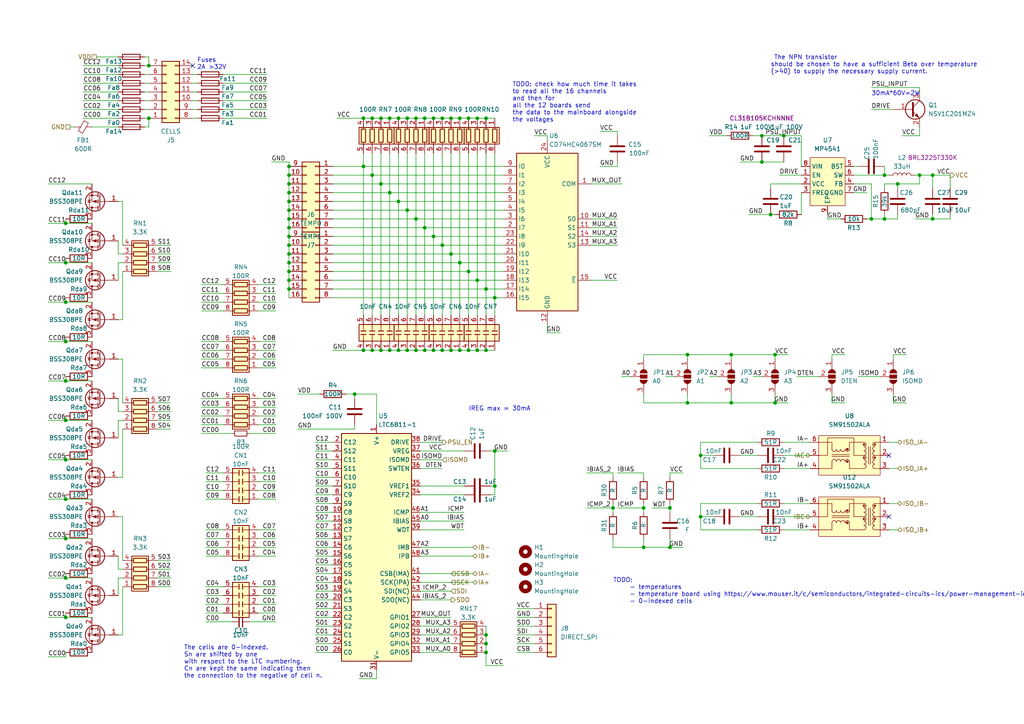
<source format=kicad_sch>
(kicad_sch (version 20230121) (generator eeschema)
  (paper "A4")
  (title_block (title "BMS Monitor") (company "E-Agle TRT") (comment 1 "Filippo Volpe"))
  (junction (at 256.54 50.8))
  (junction (at 115.57 101.6))
  (junction (at 140.97 186.69))
  (junction (at 19.05 133.35))
  (junction (at 130.81 101.6))
  (junction (at 199.39 102.87))
  (junction (at 203.2 132.08))
  (junction (at 120.65 34.29))
  (junction (at 177.8 147.32))
  (junction (at 105.41 101.6))
  (junction (at 19.05 167.64))
  (junction (at 128.27 101.6))
  (junction (at 270.51 63.5))
  (junction (at 83.82 71.12))
  (junction (at 19.05 179.07))
  (junction (at 83.82 73.66))
  (junction (at 107.95 34.29))
  (junction (at 83.82 48.26))
  (junction (at 223.52 62.23))
  (junction (at 19.05 156.21))
  (junction (at 19.05 64.77))
  (junction (at 118.11 34.29))
  (junction (at 43.18 34.29))
  (junction (at 19.05 99.06))
  (junction (at 135.89 34.29))
  (junction (at 140.97 184.15))
  (junction (at 220.98 46.99))
  (junction (at 83.82 60.96))
  (junction (at 224.79 116.84))
  (junction (at 194.31 158.75))
  (junction (at 135.89 101.6))
  (junction (at 83.82 66.04))
  (junction (at 43.18 19.05))
  (junction (at 115.57 34.29))
  (junction (at 110.49 101.6))
  (junction (at 125.73 101.6))
  (junction (at 113.03 34.29))
  (junction (at 220.98 39.37))
  (junction (at 83.82 53.34))
  (junction (at 212.09 116.84))
  (junction (at 123.19 34.29))
  (junction (at 83.82 78.74))
  (junction (at 203.2 149.86))
  (junction (at 224.79 102.87))
  (junction (at 130.81 34.29))
  (junction (at 19.05 144.78))
  (junction (at 256.54 63.5))
  (junction (at 19.05 110.49))
  (junction (at 252.73 63.5))
  (junction (at 123.19 101.6))
  (junction (at 83.82 68.58))
  (junction (at 266.7 50.8))
  (junction (at 138.43 101.6))
  (junction (at 138.43 34.29))
  (junction (at 212.09 102.87))
  (junction (at 133.35 34.29))
  (junction (at 128.27 34.29))
  (junction (at 83.82 55.88))
  (junction (at 83.82 63.5))
  (junction (at 113.03 101.6))
  (junction (at 270.51 50.8))
  (junction (at 227.33 39.37))
  (junction (at 102.87 114.3))
  (junction (at 19.05 121.92))
  (junction (at 105.41 48.26))
  (junction (at 107.95 50.8))
  (junction (at 110.49 53.34))
  (junction (at 113.03 55.88))
  (junction (at 115.57 58.42))
  (junction (at 120.65 63.5))
  (junction (at 123.19 66.04))
  (junction (at 125.73 68.58))
  (junction (at 128.27 71.12))
  (junction (at 130.81 73.66))
  (junction (at 133.35 76.2))
  (junction (at 135.89 78.74))
  (junction (at 138.43 81.28))
  (junction (at 118.11 60.96))
  (junction (at 140.97 83.82))
  (junction (at 143.51 86.36))
  (junction (at 83.82 83.82))
  (junction (at 120.65 101.6))
  (junction (at 143.51 130.81))
  (junction (at 110.49 34.29))
  (junction (at 140.97 34.29))
  (junction (at 133.35 101.6))
  (junction (at 83.82 81.28))
  (junction (at 186.69 147.32))
  (junction (at 19.05 76.2))
  (junction (at 186.69 158.75))
  (junction (at 260.35 53.34))
  (junction (at 118.11 101.6))
  (junction (at 107.95 101.6))
  (junction (at 83.82 58.42))
  (junction (at 143.51 140.97))
  (junction (at 105.41 34.29))
  (junction (at 19.05 87.63))
  (junction (at 140.97 189.23))
  (junction (at 125.73 34.29))
  (junction (at 83.82 50.8))
  (junction (at 194.31 147.32))
  (junction (at 199.39 116.84))
  (junction (at 83.82 76.2))
  (junction (at 140.97 101.6))
  (no_connect (at 55.88 19.05))
  (no_connect (at 257.81 132.08))
  (no_connect (at 257.81 149.86))
  (wire (pts (xy 59.69 172.72) (xy 64.77 172.72)))
  (wire (pts (xy 96.52 58.42) (xy 115.57 58.42)))
  (wire (pts (xy 58.42 106.68) (xy 64.77 106.68)))
  (wire (pts (xy 149.86 179.07) (xy 154.94 179.07)))
  (wire (pts (xy 34.29 73.66) (xy 35.56 73.66)))
  (wire (pts (xy 133.35 76.2) (xy 146.05 76.2)))
  (wire (pts (xy 83.82 58.42) (xy 83.82 60.96)))
  (wire (pts (xy 107.95 101.6) (xy 110.49 101.6)))
  (wire (pts (xy 260.35 63.5) (xy 260.35 62.23)))
  (wire (pts (xy 252.73 25.4) (xy 266.7 25.4)))
  (wire (pts (xy 91.44 163.83) (xy 96.52 163.83)))
  (wire (pts (xy 100.33 114.3) (xy 102.87 114.3)))
  (wire (pts (xy 24.13 24.13) (xy 34.29 24.13)))
  (wire (pts (xy 59.69 158.75) (xy 64.77 158.75)))
  (wire (pts (xy 257.81 153.67) (xy 260.35 153.67)))
  (wire (pts (xy 72.39 125.73) (xy 80.01 125.73)))
  (wire (pts (xy 171.45 71.12) (xy 179.07 71.12)))
  (wire (pts (xy 232.41 39.37) (xy 227.33 39.37)))
  (wire (pts (xy 237.49 109.22) (xy 231.14 109.22)))
  (wire (pts (xy 80.01 87.63) (xy 74.93 87.63)))
  (wire (pts (xy 146.05 193.04) (xy 140.97 193.04)))
  (wire (pts (xy 177.8 147.32) (xy 177.8 148.59)))
  (wire (pts (xy 45.72 170.18) (xy 49.53 170.18)))
  (wire (pts (xy 217.17 62.23) (xy 223.52 62.23)))
  (wire (pts (xy 214.63 149.86) (xy 219.71 149.86)))
  (wire (pts (xy 13.97 144.78) (xy 19.05 144.78)))
  (wire (pts (xy 252.73 53.34) (xy 252.73 63.5)))
  (wire (pts (xy 105.41 44.45) (xy 105.41 48.26)))
  (wire (pts (xy 34.29 69.85) (xy 34.29 73.66)))
  (wire (pts (xy 45.72 119.38) (xy 49.53 119.38)))
  (wire (pts (xy 199.39 102.87) (xy 199.39 104.14)))
  (wire (pts (xy 35.56 138.43) (xy 35.56 124.46)))
  (wire (pts (xy 256.54 50.8) (xy 257.81 50.8)))
  (wire (pts (xy 115.57 44.45) (xy 115.57 58.42)))
  (wire (pts (xy 86.36 124.46) (xy 102.87 124.46)))
  (wire (pts (xy 259.08 102.87) (xy 259.08 104.14)))
  (wire (pts (xy 19.05 144.78) (xy 26.67 144.78)))
  (wire (pts (xy 13.97 99.06) (xy 19.05 99.06)))
  (wire (pts (xy 35.56 92.71) (xy 35.56 78.74)))
  (wire (pts (xy 58.42 104.14) (xy 64.77 104.14)))
  (wire (pts (xy 266.7 25.4) (xy 266.7 26.67)))
  (wire (pts (xy 35.56 149.86) (xy 34.29 149.86)))
  (wire (pts (xy 142.24 140.97) (xy 143.51 140.97)))
  (wire (pts (xy 80.01 142.24) (xy 74.93 142.24)))
  (wire (pts (xy 262.89 102.87) (xy 259.08 102.87)))
  (wire (pts (xy 154.94 39.37) (xy 158.75 39.37)))
  (wire (pts (xy 58.42 123.19) (xy 64.77 123.19)))
  (wire (pts (xy 34.29 138.43) (xy 35.56 138.43)))
  (wire (pts (xy 96.52 68.58) (xy 125.73 68.58)))
  (wire (pts (xy 257.81 135.89) (xy 260.35 135.89)))
  (wire (pts (xy 64.77 34.29) (xy 77.47 34.29)))
  (wire (pts (xy 135.89 101.6) (xy 138.43 101.6)))
  (wire (pts (xy 59.69 161.29) (xy 64.77 161.29)))
  (wire (pts (xy 179.07 46.99) (xy 179.07 48.26)))
  (wire (pts (xy 130.81 34.29) (xy 133.35 34.29)))
  (wire (pts (xy 182.88 109.22) (xy 180.34 109.22)))
  (wire (pts (xy 275.59 50.8) (xy 275.59 54.61)))
  (wire (pts (xy 35.56 184.15) (xy 35.56 170.18)))
  (wire (pts (xy 96.52 101.6) (xy 105.41 101.6)))
  (wire (pts (xy 224.79 102.87) (xy 212.09 102.87)))
  (wire (pts (xy 91.44 143.51) (xy 96.52 143.51)))
  (wire (pts (xy 102.87 124.46) (xy 102.87 123.19)))
  (wire (pts (xy 45.72 71.12) (xy 49.53 71.12)))
  (wire (pts (xy 34.29 167.64) (xy 35.56 167.64)))
  (wire (pts (xy 91.44 189.23) (xy 96.52 189.23)))
  (wire (pts (xy 140.97 184.15) (xy 140.97 181.61)))
  (wire (pts (xy 19.05 64.77) (xy 26.67 64.77)))
  (wire (pts (xy 58.42 101.6) (xy 64.77 101.6)))
  (wire (pts (xy 140.97 189.23) (xy 140.97 186.69)))
  (wire (pts (xy 220.98 39.37) (xy 227.33 39.37)))
  (wire (pts (xy 91.44 135.89) (xy 96.52 135.89)))
  (wire (pts (xy 20.32 36.83) (xy 21.59 36.83)))
  (wire (pts (xy 78.74 46.99) (xy 83.82 46.99)))
  (wire (pts (xy 173.99 48.26) (xy 179.07 48.26)))
  (wire (pts (xy 34.29 184.15) (xy 35.56 184.15)))
  (wire (pts (xy 247.65 48.26) (xy 248.92 48.26)))
  (wire (pts (xy 19.05 166.37) (xy 19.05 167.64)))
  (wire (pts (xy 107.95 34.29) (xy 110.49 34.29)))
  (wire (pts (xy 125.73 68.58) (xy 125.73 91.44)))
  (wire (pts (xy 45.72 124.46) (xy 49.53 124.46)))
  (wire (pts (xy 140.97 34.29) (xy 143.51 34.29)))
  (wire (pts (xy 80.01 123.19) (xy 74.93 123.19)))
  (wire (pts (xy 58.42 82.55) (xy 64.77 82.55)))
  (wire (pts (xy 123.19 34.29) (xy 125.73 34.29)))
  (wire (pts (xy 149.86 189.23) (xy 154.94 189.23)))
  (wire (pts (xy 179.07 137.16) (xy 186.69 137.16)))
  (wire (pts (xy 203.2 153.67) (xy 219.71 153.67)))
  (wire (pts (xy 80.01 104.14) (xy 74.93 104.14)))
  (wire (pts (xy 120.65 63.5) (xy 120.65 91.44)))
  (wire (pts (xy 143.51 44.45) (xy 143.51 86.36)))
  (wire (pts (xy 41.91 24.13) (xy 43.18 24.13)))
  (wire (pts (xy 45.72 73.66) (xy 49.53 73.66)))
  (wire (pts (xy 80.01 170.18) (xy 74.93 170.18)))
  (wire (pts (xy 19.05 143.51) (xy 19.05 144.78)))
  (wire (pts (xy 91.44 171.45) (xy 96.52 171.45)))
  (wire (pts (xy 118.11 101.6) (xy 120.65 101.6)))
  (wire (pts (xy 266.7 50.8) (xy 265.43 50.8)))
  (wire (pts (xy 135.89 34.29) (xy 138.43 34.29)))
  (wire (pts (xy 13.97 64.77) (xy 19.05 64.77)))
  (wire (pts (xy 130.81 44.45) (xy 130.81 73.66)))
  (wire (pts (xy 133.35 44.45) (xy 133.35 76.2)))
  (wire (pts (xy 80.01 120.65) (xy 74.93 120.65)))
  (wire (pts (xy 58.42 125.73) (xy 67.31 125.73)))
  (wire (pts (xy 256.54 53.34) (xy 260.35 53.34)))
  (wire (pts (xy 59.69 180.34) (xy 67.31 180.34)))
  (wire (pts (xy 41.91 34.29) (xy 43.18 34.29)))
  (wire (pts (xy 34.29 172.72) (xy 34.29 167.64)))
  (wire (pts (xy 91.44 133.35) (xy 96.52 133.35)))
  (wire (pts (xy 121.92 189.23) (xy 130.81 189.23)))
  (wire (pts (xy 91.44 146.05) (xy 96.52 146.05)))
  (wire (pts (xy 138.43 81.28) (xy 138.43 91.44)))
  (wire (pts (xy 128.27 44.45) (xy 128.27 71.12)))
  (wire (pts (xy 43.18 36.83) (xy 43.18 34.29)))
  (wire (pts (xy 55.88 21.59) (xy 57.15 21.59)))
  (wire (pts (xy 128.27 71.12) (xy 128.27 91.44)))
  (wire (pts (xy 214.63 132.08) (xy 219.71 132.08)))
  (wire (pts (xy 24.13 19.05) (xy 34.29 19.05)))
  (wire (pts (xy 138.43 81.28) (xy 146.05 81.28)))
  (wire (pts (xy 83.82 83.82) (xy 83.82 86.36)))
  (wire (pts (xy 256.54 50.8) (xy 256.54 48.26)))
  (wire (pts (xy 58.42 115.57) (xy 64.77 115.57)))
  (wire (pts (xy 260.35 53.34) (xy 266.7 53.34)))
  (wire (pts (xy 138.43 101.6) (xy 140.97 101.6)))
  (wire (pts (xy 113.03 101.6) (xy 115.57 101.6)))
  (wire (pts (xy 24.13 31.75) (xy 34.29 31.75)))
  (wire (pts (xy 80.01 177.8) (xy 74.93 177.8)))
  (wire (pts (xy 96.52 66.04) (xy 123.19 66.04)))
  (wire (pts (xy 203.2 149.86) (xy 203.2 146.05)))
  (wire (pts (xy 251.46 63.5) (xy 252.73 63.5)))
  (wire (pts (xy 121.92 173.99) (xy 130.81 173.99)))
  (wire (pts (xy 140.97 44.45) (xy 140.97 83.82)))
  (wire (pts (xy 96.52 60.96) (xy 118.11 60.96)))
  (wire (pts (xy 43.18 16.51) (xy 43.18 19.05)))
  (wire (pts (xy 80.01 161.29) (xy 74.93 161.29)))
  (wire (pts (xy 96.52 73.66) (xy 130.81 73.66)))
  (wire (pts (xy 147.32 130.81) (xy 143.51 130.81)))
  (wire (pts (xy 34.29 161.29) (xy 34.29 165.1)))
  (wire (pts (xy 59.69 142.24) (xy 64.77 142.24)))
  (wire (pts (xy 135.89 78.74) (xy 135.89 91.44)))
  (wire (pts (xy 121.92 153.67) (xy 134.62 153.67)))
  (wire (pts (xy 110.49 101.6) (xy 113.03 101.6)))
  (wire (pts (xy 270.51 50.8) (xy 275.59 50.8)))
  (wire (pts (xy 83.82 50.8) (xy 83.82 53.34)))
  (wire (pts (xy 158.75 96.52) (xy 158.75 93.98)))
  (wire (pts (xy 245.11 102.87) (xy 241.3 102.87)))
  (wire (pts (xy 256.54 63.5) (xy 260.35 63.5)))
  (wire (pts (xy 91.44 186.69) (xy 96.52 186.69)))
  (wire (pts (xy 96.52 53.34) (xy 110.49 53.34)))
  (wire (pts (xy 59.69 175.26) (xy 64.77 175.26)))
  (wire (pts (xy 83.82 46.99) (xy 83.82 48.26)))
  (wire (pts (xy 177.8 158.75) (xy 177.8 156.21)))
  (wire (pts (xy 13.97 156.21) (xy 19.05 156.21)))
  (wire (pts (xy 194.31 147.32) (xy 194.31 148.59)))
  (wire (pts (xy 83.82 78.74) (xy 83.82 81.28)))
  (wire (pts (xy 207.01 132.08) (xy 203.2 132.08)))
  (wire (pts (xy 13.97 133.35) (xy 19.05 133.35)))
  (wire (pts (xy 64.77 26.67) (xy 77.47 26.67)))
  (wire (pts (xy 19.05 63.5) (xy 19.05 64.77)))
  (wire (pts (xy 121.92 140.97) (xy 134.62 140.97)))
  (wire (pts (xy 80.01 158.75) (xy 74.93 158.75)))
  (wire (pts (xy 91.44 179.07) (xy 96.52 179.07)))
  (wire (pts (xy 171.45 81.28) (xy 179.07 81.28)))
  (wire (pts (xy 241.3 116.84) (xy 241.3 114.3)))
  (wire (pts (xy 91.44 140.97) (xy 96.52 140.97)))
  (wire (pts (xy 228.6 116.84) (xy 224.79 116.84)))
  (wire (pts (xy 83.82 73.66) (xy 83.82 76.2)))
  (wire (pts (xy 259.08 116.84) (xy 259.08 114.3)))
  (wire (pts (xy 64.77 31.75) (xy 77.47 31.75)))
  (wire (pts (xy 19.05 179.07) (xy 26.67 179.07)))
  (wire (pts (xy 19.05 99.06) (xy 26.67 99.06)))
  (wire (pts (xy 162.56 96.52) (xy 158.75 96.52)))
  (wire (pts (xy 34.29 115.57) (xy 34.29 119.38)))
  (wire (pts (xy 83.82 53.34) (xy 83.82 55.88)))
  (wire (pts (xy 26.67 36.83) (xy 34.29 36.83)))
  (wire (pts (xy 115.57 58.42) (xy 146.05 58.42)))
  (wire (pts (xy 110.49 53.34) (xy 110.49 91.44)))
  (wire (pts (xy 203.2 128.27) (xy 219.71 128.27)))
  (wire (pts (xy 72.39 180.34) (xy 80.01 180.34)))
  (wire (pts (xy 96.52 63.5) (xy 120.65 63.5)))
  (wire (pts (xy 224.79 116.84) (xy 212.09 116.84)))
  (wire (pts (xy 121.92 166.37) (xy 137.16 166.37)))
  (wire (pts (xy 19.05 121.92) (xy 26.67 121.92)))
  (wire (pts (xy 34.29 58.42) (xy 35.56 58.42)))
  (wire (pts (xy 199.39 102.87) (xy 186.69 102.87)))
  (wire (pts (xy 45.72 121.92) (xy 49.53 121.92)))
  (wire (pts (xy 59.69 156.21) (xy 64.77 156.21)))
  (wire (pts (xy 80.01 139.7) (xy 74.93 139.7)))
  (wire (pts (xy 34.29 121.92) (xy 34.29 127)))
  (wire (pts (xy 220.98 109.22) (xy 218.44 109.22)))
  (wire (pts (xy 13.97 87.63) (xy 19.05 87.63)))
  (wire (pts (xy 149.86 186.69) (xy 154.94 186.69)))
  (wire (pts (xy 45.72 78.74) (xy 49.53 78.74)))
  (wire (pts (xy 194.31 146.05) (xy 194.31 147.32)))
  (wire (pts (xy 170.18 137.16) (xy 177.8 137.16)))
  (wire (pts (xy 58.42 85.09) (xy 64.77 85.09)))
  (wire (pts (xy 115.57 34.29) (xy 118.11 34.29)))
  (wire (pts (xy 121.92 171.45) (xy 130.81 171.45)))
  (wire (pts (xy 121.92 179.07) (xy 130.81 179.07)))
  (wire (pts (xy 186.69 116.84) (xy 186.69 114.3)))
  (wire (pts (xy 138.43 44.45) (xy 138.43 81.28)))
  (wire (pts (xy 133.35 76.2) (xy 133.35 91.44)))
  (wire (pts (xy 140.97 193.04) (xy 140.97 189.23)))
  (wire (pts (xy 234.95 128.27) (xy 227.33 128.27)))
  (wire (pts (xy 205.74 39.37) (xy 210.82 39.37)))
  (wire (pts (xy 27.94 16.51) (xy 34.29 16.51)))
  (wire (pts (xy 198.12 137.16) (xy 194.31 137.16)))
  (wire (pts (xy 257.81 128.27) (xy 260.35 128.27)))
  (wire (pts (xy 107.95 50.8) (xy 107.95 91.44)))
  (wire (pts (xy 224.79 116.84) (xy 224.79 114.3)))
  (wire (pts (xy 13.97 121.92) (xy 19.05 121.92)))
  (wire (pts (xy 80.01 106.68) (xy 74.93 106.68)))
  (wire (pts (xy 115.57 101.6) (xy 118.11 101.6)))
  (wire (pts (xy 91.44 166.37) (xy 96.52 166.37)))
  (wire (pts (xy 45.72 162.56) (xy 49.53 162.56)))
  (wire (pts (xy 110.49 44.45) (xy 110.49 53.34)))
  (wire (pts (xy 121.92 181.61) (xy 130.81 181.61)))
  (wire (pts (xy 256.54 62.23) (xy 256.54 63.5)))
  (wire (pts (xy 59.69 137.16) (xy 64.77 137.16)))
  (wire (pts (xy 96.52 48.26) (xy 105.41 48.26)))
  (wire (pts (xy 55.88 26.67) (xy 57.15 26.67)))
  (wire (pts (xy 80.01 82.55) (xy 74.93 82.55)))
  (wire (pts (xy 120.65 44.45) (xy 120.65 63.5)))
  (wire (pts (xy 91.44 130.81) (xy 96.52 130.81)))
  (wire (pts (xy 203.2 135.89) (xy 219.71 135.89)))
  (wire (pts (xy 128.27 71.12) (xy 146.05 71.12)))
  (wire (pts (xy 140.97 101.6) (xy 143.51 101.6)))
  (wire (pts (xy 135.89 44.45) (xy 135.89 78.74)))
  (wire (pts (xy 171.45 68.58) (xy 179.07 68.58)))
  (wire (pts (xy 113.03 55.88) (xy 113.03 91.44)))
  (wire (pts (xy 19.05 76.2) (xy 26.67 76.2)))
  (wire (pts (xy 96.52 76.2) (xy 133.35 76.2)))
  (wire (pts (xy 41.91 31.75) (xy 43.18 31.75)))
  (wire (pts (xy 105.41 48.26) (xy 146.05 48.26)))
  (wire (pts (xy 121.92 148.59) (xy 134.62 148.59)))
  (wire (pts (xy 186.69 146.05) (xy 186.69 147.32)))
  (wire (pts (xy 130.81 73.66) (xy 146.05 73.66)))
  (wire (pts (xy 19.05 120.65) (xy 19.05 121.92)))
  (wire (pts (xy 91.44 151.13) (xy 96.52 151.13)))
  (wire (pts (xy 83.82 66.04) (xy 83.82 68.58)))
  (wire (pts (xy 121.92 130.81) (xy 134.62 130.81)))
  (wire (pts (xy 121.92 158.75) (xy 137.16 158.75)))
  (wire (pts (xy 105.41 34.29) (xy 107.95 34.29)))
  (wire (pts (xy 41.91 29.21) (xy 43.18 29.21)))
  (wire (pts (xy 58.42 87.63) (xy 64.77 87.63)))
  (wire (pts (xy 227.33 132.08) (xy 234.95 132.08)))
  (wire (pts (xy 140.97 83.82) (xy 146.05 83.82)))
  (wire (pts (xy 13.97 190.5) (xy 19.05 190.5)))
  (wire (pts (xy 173.99 38.1) (xy 179.07 38.1)))
  (wire (pts (xy 58.42 120.65) (xy 64.77 120.65)))
  (wire (pts (xy 128.27 34.29) (xy 130.81 34.29)))
  (wire (pts (xy 24.13 29.21) (xy 34.29 29.21)))
  (wire (pts (xy 123.19 101.6) (xy 125.73 101.6)))
  (wire (pts (xy 125.73 101.6) (xy 128.27 101.6)))
  (wire (pts (xy 13.97 76.2) (xy 19.05 76.2)))
  (wire (pts (xy 104.14 196.85) (xy 109.22 196.85)))
  (wire (pts (xy 24.13 26.67) (xy 34.29 26.67)))
  (wire (pts (xy 118.11 60.96) (xy 118.11 91.44)))
  (wire (pts (xy 194.31 158.75) (xy 194.31 156.21)))
  (wire (pts (xy 34.29 165.1) (xy 35.56 165.1)))
  (wire (pts (xy 227.33 149.86) (xy 234.95 149.86)))
  (wire (pts (xy 199.39 114.3) (xy 199.39 116.84)))
  (wire (pts (xy 19.05 109.22) (xy 19.05 110.49)))
  (wire (pts (xy 226.06 50.8) (xy 232.41 50.8)))
  (wire (pts (xy 224.79 102.87) (xy 224.79 104.14)))
  (wire (pts (xy 133.35 34.29) (xy 135.89 34.29)))
  (wire (pts (xy 118.11 34.29) (xy 120.65 34.29)))
  (wire (pts (xy 80.01 90.17) (xy 74.93 90.17)))
  (wire (pts (xy 142.24 130.81) (xy 143.51 130.81)))
  (wire (pts (xy 198.12 158.75) (xy 194.31 158.75)))
  (wire (pts (xy 80.01 153.67) (xy 74.93 153.67)))
  (wire (pts (xy 179.07 38.1) (xy 179.07 39.37)))
  (wire (pts (xy 212.09 102.87) (xy 199.39 102.87)))
  (wire (pts (xy 130.81 73.66) (xy 130.81 91.44)))
  (wire (pts (xy 35.56 116.84) (xy 35.56 104.14)))
  (wire (pts (xy 91.44 138.43) (xy 96.52 138.43)))
  (wire (pts (xy 34.29 104.14) (xy 35.56 104.14)))
  (wire (pts (xy 58.42 99.06) (xy 64.77 99.06)))
  (wire (pts (xy 270.51 54.61) (xy 270.51 50.8)))
  (wire (pts (xy 19.05 132.08) (xy 19.05 133.35)))
  (wire (pts (xy 171.45 53.34) (xy 180.34 53.34)))
  (wire (pts (xy 120.65 34.29) (xy 123.19 34.29)))
  (wire (pts (xy 158.75 39.37) (xy 158.75 40.64)))
  (wire (pts (xy 252.73 63.5) (xy 256.54 63.5)))
  (wire (pts (xy 138.43 34.29) (xy 140.97 34.29)))
  (wire (pts (xy 270.51 62.23) (xy 270.51 63.5)))
  (wire (pts (xy 96.52 81.28) (xy 138.43 81.28)))
  (wire (pts (xy 41.91 36.83) (xy 43.18 36.83)))
  (wire (pts (xy 123.19 44.45) (xy 123.19 66.04)))
  (wire (pts (xy 125.73 68.58) (xy 146.05 68.58)))
  (wire (pts (xy 208.28 109.22) (xy 205.74 109.22)))
  (wire (pts (xy 19.05 97.79) (xy 19.05 99.06)))
  (wire (pts (xy 143.51 86.36) (xy 146.05 86.36)))
  (wire (pts (xy 234.95 153.67) (xy 227.33 153.67)))
  (wire (pts (xy 83.82 60.96) (xy 83.82 63.5)))
  (wire (pts (xy 102.87 114.3) (xy 109.22 114.3)))
  (wire (pts (xy 121.92 186.69) (xy 130.81 186.69)))
  (wire (pts (xy 203.2 132.08) (xy 203.2 135.89)))
  (wire (pts (xy 212.09 114.3) (xy 212.09 116.84)))
  (wire (pts (xy 170.18 147.32) (xy 177.8 147.32)))
  (wire (pts (xy 128.27 101.6) (xy 130.81 101.6)))
  (wire (pts (xy 91.44 181.61) (xy 96.52 181.61)))
  (wire (pts (xy 109.22 196.85) (xy 109.22 194.31)))
  (wire (pts (xy 270.51 63.5) (xy 275.59 63.5)))
  (wire (pts (xy 64.77 24.13) (xy 77.47 24.13)))
  (wire (pts (xy 171.45 63.5) (xy 179.07 63.5)))
  (wire (pts (xy 149.86 181.61) (xy 154.94 181.61)))
  (wire (pts (xy 41.91 26.67) (xy 43.18 26.67)))
  (wire (pts (xy 266.7 50.8) (xy 270.51 50.8)))
  (wire (pts (xy 105.41 48.26) (xy 105.41 91.44)))
  (wire (pts (xy 261.62 39.37) (xy 266.7 39.37)))
  (wire (pts (xy 96.52 55.88) (xy 113.03 55.88)))
  (wire (pts (xy 240.03 63.5) (xy 243.84 63.5)))
  (wire (pts (xy 121.92 161.29) (xy 137.16 161.29)))
  (wire (pts (xy 232.41 55.88) (xy 232.41 62.23)))
  (wire (pts (xy 125.73 44.45) (xy 125.73 68.58)))
  (wire (pts (xy 113.03 34.29) (xy 115.57 34.29)))
  (wire (pts (xy 45.72 116.84) (xy 49.53 116.84)))
  (wire (pts (xy 177.8 137.16) (xy 177.8 138.43)))
  (wire (pts (xy 255.27 109.22) (xy 248.92 109.22)))
  (wire (pts (xy 97.79 34.29) (xy 105.41 34.29)))
  (wire (pts (xy 203.2 149.86) (xy 203.2 153.67)))
  (wire (pts (xy 113.03 55.88) (xy 146.05 55.88)))
  (wire (pts (xy 203.2 146.05) (xy 219.71 146.05)))
  (wire (pts (xy 19.05 156.21) (xy 26.67 156.21)))
  (wire (pts (xy 186.69 147.32) (xy 186.69 148.59)))
  (wire (pts (xy 96.52 78.74) (xy 135.89 78.74)))
  (wire (pts (xy 80.01 85.09) (xy 74.93 85.09)))
  (wire (pts (xy 83.82 63.5) (xy 83.82 66.04)))
  (wire (pts (xy 59.69 139.7) (xy 64.77 139.7)))
  (wire (pts (xy 121.92 133.35) (xy 128.27 133.35)))
  (wire (pts (xy 24.13 21.59) (xy 34.29 21.59)))
  (wire (pts (xy 34.29 92.71) (xy 35.56 92.71)))
  (wire (pts (xy 194.31 137.16) (xy 194.31 138.43)))
  (wire (pts (xy 251.46 55.88) (xy 247.65 55.88)))
  (wire (pts (xy 223.52 53.34) (xy 232.41 53.34)))
  (wire (pts (xy 91.44 176.53) (xy 96.52 176.53)))
  (wire (pts (xy 58.42 90.17) (xy 64.77 90.17)))
  (wire (pts (xy 96.52 50.8) (xy 107.95 50.8)))
  (wire (pts (xy 195.58 109.22) (xy 193.04 109.22)))
  (wire (pts (xy 135.89 78.74) (xy 146.05 78.74)))
  (wire (pts (xy 115.57 58.42) (xy 115.57 91.44)))
  (wire (pts (xy 123.19 66.04) (xy 123.19 91.44)))
  (wire (pts (xy 35.56 71.12) (xy 35.56 58.42)))
  (wire (pts (xy 83.82 68.58) (xy 83.82 71.12)))
  (wire (pts (xy 121.92 151.13) (xy 134.62 151.13)))
  (wire (pts (xy 105.41 101.6) (xy 107.95 101.6)))
  (wire (pts (xy 118.11 60.96) (xy 146.05 60.96)))
  (wire (pts (xy 91.44 168.91) (xy 96.52 168.91)))
  (wire (pts (xy 83.82 48.26) (xy 83.82 50.8)))
  (wire (pts (xy 234.95 146.05) (xy 227.33 146.05)))
  (wire (pts (xy 143.51 140.97) (xy 143.51 143.51)))
  (wire (pts (xy 143.51 143.51) (xy 142.24 143.51)))
  (wire (pts (xy 260.35 53.34) (xy 260.35 54.61)))
  (wire (pts (xy 58.42 118.11) (xy 64.77 118.11)))
  (wire (pts (xy 149.86 184.15) (xy 154.94 184.15)))
  (wire (pts (xy 19.05 87.63) (xy 26.67 87.63)))
  (wire (pts (xy 110.49 53.34) (xy 146.05 53.34)))
  (wire (pts (xy 113.03 44.45) (xy 113.03 55.88)))
  (wire (pts (xy 212.09 102.87) (xy 212.09 104.14)))
  (wire (pts (xy 45.72 165.1) (xy 49.53 165.1)))
  (wire (pts (xy 35.56 162.56) (xy 35.56 149.86)))
  (wire (pts (xy 265.43 63.5) (xy 270.51 63.5)))
  (wire (pts (xy 19.05 74.93) (xy 19.05 76.2)))
  (wire (pts (xy 121.92 128.27) (xy 128.27 128.27)))
  (wire (pts (xy 13.97 179.07) (xy 19.05 179.07)))
  (wire (pts (xy 80.01 172.72) (xy 74.93 172.72)))
  (wire (pts (xy 59.69 153.67) (xy 64.77 153.67)))
  (wire (pts (xy 247.65 50.8) (xy 256.54 50.8)))
  (wire (pts (xy 19.05 167.64) (xy 26.67 167.64)))
  (wire (pts (xy 64.77 21.59) (xy 77.47 21.59)))
  (wire (pts (xy 91.44 158.75) (xy 96.52 158.75)))
  (wire (pts (xy 80.01 118.11) (xy 74.93 118.11)))
  (wire (pts (xy 203.2 132.08) (xy 203.2 128.27)))
  (wire (pts (xy 232.41 48.26) (xy 232.41 39.37)))
  (wire (pts (xy 34.29 76.2) (xy 35.56 76.2)))
  (wire (pts (xy 256.54 54.61) (xy 256.54 53.34)))
  (wire (pts (xy 227.33 135.89) (xy 234.95 135.89)))
  (wire (pts (xy 19.05 177.8) (xy 19.05 179.07)))
  (wire (pts (xy 80.01 156.21) (xy 74.93 156.21)))
  (wire (pts (xy 223.52 54.61) (xy 223.52 53.34)))
  (wire (pts (xy 91.44 153.67) (xy 96.52 153.67)))
  (wire (pts (xy 91.44 173.99) (xy 96.52 173.99)))
  (wire (pts (xy 80.01 137.16) (xy 74.93 137.16)))
  (wire (pts (xy 91.44 148.59) (xy 96.52 148.59)))
  (wire (pts (xy 80.01 115.57) (xy 74.93 115.57)))
  (wire (pts (xy 245.11 116.84) (xy 241.3 116.84)))
  (wire (pts (xy 107.95 44.45) (xy 107.95 50.8)))
  (wire (pts (xy 55.88 24.13) (xy 57.15 24.13)))
  (wire (pts (xy 80.01 144.78) (xy 74.93 144.78)))
  (wire (pts (xy 80.01 175.26) (xy 74.93 175.26)))
  (wire (pts (xy 80.01 99.06) (xy 74.93 99.06)))
  (wire (pts (xy 80.01 101.6) (xy 74.93 101.6)))
  (wire (pts (xy 186.69 137.16) (xy 186.69 138.43)))
  (wire (pts (xy 121.92 184.15) (xy 130.81 184.15)))
  (wire (pts (xy 133.35 101.6) (xy 135.89 101.6)))
  (wire (pts (xy 19.05 154.94) (xy 19.05 156.21)))
  (wire (pts (xy 140.97 83.82) (xy 140.97 91.44)))
  (wire (pts (xy 120.65 101.6) (xy 123.19 101.6)))
  (wire (pts (xy 143.51 86.36) (xy 143.51 91.44)))
  (wire (pts (xy 121.92 135.89) (xy 128.27 135.89)))
  (wire (pts (xy 220.98 46.99) (xy 227.33 46.99)))
  (wire (pts (xy 96.52 83.82) (xy 140.97 83.82)))
  (wire (pts (xy 41.91 16.51) (xy 43.18 16.51)))
  (wire (pts (xy 189.23 147.32) (xy 194.31 147.32)))
  (wire (pts (xy 120.65 63.5) (xy 146.05 63.5)))
  (wire (pts (xy 55.88 29.21) (xy 57.15 29.21)))
  (wire (pts (xy 171.45 66.04) (xy 179.07 66.04)))
  (wire (pts (xy 207.01 149.86) (xy 203.2 149.86)))
  (wire (pts (xy 199.39 116.84) (xy 186.69 116.84)))
  (wire (pts (xy 59.69 177.8) (xy 64.77 177.8)))
  (wire (pts (xy 102.87 114.3) (xy 102.87 115.57)))
  (wire (pts (xy 212.09 116.84) (xy 199.39 116.84)))
  (wire (pts (xy 121.92 143.51) (xy 134.62 143.51)))
  (wire (pts (xy 275.59 63.5) (xy 275.59 62.23)))
  (wire (pts (xy 83.82 76.2) (xy 83.82 78.74)))
  (wire (pts (xy 143.51 130.81) (xy 143.51 140.97)))
  (wire (pts (xy 55.88 31.75) (xy 57.15 31.75)))
  (wire (pts (xy 107.95 50.8) (xy 146.05 50.8)))
  (wire (pts (xy 41.91 21.59) (xy 43.18 21.59)))
  (wire (pts (xy 41.91 19.05) (xy 43.18 19.05)))
  (wire (pts (xy 177.8 146.05) (xy 177.8 147.32)))
  (wire (pts (xy 130.81 101.6) (xy 133.35 101.6)))
  (wire (pts (xy 19.05 133.35) (xy 26.67 133.35)))
  (wire (pts (xy 13.97 53.34) (xy 26.67 53.34)))
  (wire (pts (xy 83.82 81.28) (xy 83.82 83.82)))
  (wire (pts (xy 140.97 186.69) (xy 140.97 184.15)))
  (wire (pts (xy 45.72 167.64) (xy 49.53 167.64)))
  (wire (pts (xy 64.77 29.21) (xy 77.47 29.21)))
  (wire (pts (xy 110.49 34.29) (xy 113.03 34.29)))
  (wire (pts (xy 223.52 62.23) (xy 224.79 62.23)))
  (wire (pts (xy 34.29 76.2) (xy 34.29 81.28)))
  (wire (pts (xy 19.05 86.36) (xy 19.05 87.63)))
  (wire (pts (xy 240.03 62.23) (xy 240.03 63.5)))
  (wire (pts (xy 91.44 184.15) (xy 96.52 184.15)))
  (wire (pts (xy 228.6 102.87) (xy 224.79 102.87)))
  (wire (pts (xy 266.7 39.37) (xy 266.7 36.83)))
  (wire (pts (xy 177.8 158.75) (xy 186.69 158.75)))
  (wire (pts (xy 19.05 189.23) (xy 19.05 190.5)))
  (wire (pts (xy 149.86 176.53) (xy 154.94 176.53)))
  (wire (pts (xy 91.44 156.21) (xy 96.52 156.21)))
  (wire (pts (xy 13.97 167.64) (xy 19.05 167.64)))
  (wire (pts (xy 214.63 46.99) (xy 220.98 46.99)))
  (wire (pts (xy 194.31 158.75) (xy 186.69 158.75)))
  (wire (pts (xy 266.7 53.34) (xy 266.7 50.8)))
  (wire (pts (xy 86.36 114.3) (xy 92.71 114.3)))
  (wire (pts (xy 121.92 168.91) (xy 137.16 168.91)))
  (wire (pts (xy 109.22 114.3) (xy 109.22 123.19)))
  (wire (pts (xy 179.07 147.32) (xy 186.69 147.32)))
  (wire (pts (xy 96.52 86.36) (xy 143.51 86.36)))
  (wire (pts (xy 123.19 66.04) (xy 146.05 66.04)))
  (wire (pts (xy 91.44 161.29) (xy 96.52 161.29)))
  (wire (pts (xy 19.05 110.49) (xy 26.67 110.49)))
  (wire (pts (xy 59.69 144.78) (xy 64.77 144.78)))
  (wire (pts (xy 262.89 116.84) (xy 259.08 116.84)))
  (wire (pts (xy 247.65 53.34) (xy 252.73 53.34)))
  (wire (pts (xy 91.44 128.27) (xy 96.52 128.27)))
  (wire (pts (xy 252.73 31.75) (xy 259.08 31.75)))
  (wire (pts (xy 96.52 71.12) (xy 128.27 71.12)))
  (wire (pts (xy 83.82 55.88) (xy 83.82 58.42)))
  (wire (pts (xy 118.11 44.45) (xy 118.11 60.96)))
  (wire (pts (xy 186.69 102.87) (xy 186.69 104.14)))
  (wire (pts (xy 24.13 34.29) (xy 34.29 34.29)))
  (wire (pts (xy 241.3 102.87) (xy 241.3 104.14)))
  (wire (pts (xy 257.81 146.05) (xy 260.35 146.05)))
  (wire (pts (xy 125.73 34.29) (xy 128.27 34.29)))
  (wire (pts (xy 45.72 76.2) (xy 49.53 76.2)))
  (wire (pts (xy 13.97 110.49) (xy 19.05 110.49)))
  (wire (pts (xy 34.29 119.38) (xy 35.56 119.38)))
  (wire (pts (xy 34.29 121.92) (xy 35.56 121.92)))
  (wire (pts (xy 55.88 34.29) (xy 57.15 34.29)))
  (wire (pts (xy 59.69 170.18) (xy 64.77 170.18)))
  (wire (pts (xy 186.69 158.75) (xy 186.69 156.21)))
  (wire (pts (xy 83.82 71.12) (xy 83.82 73.66)))
  (wire (pts (xy 218.44 39.37) (xy 220.98 39.37)))
  (text "30mA*60V=2W" (at 252.73 27.94 0) (effects (font (size 1.27 1.27)) (justify left bottom)))
  (text "TODO:\n	- temperatures\n	- temperature board using https://www.mouser.it/c/semiconductors/integrated-circuits-ics/power-management-ics/voltage-references/?mounting%20style=SMD%2FSMT&sort=pricing\n	- 0-indexed cells" (at 177.8 175.26 0) (effects (font (size 1.27 1.27)) (justify left bottom)))
  (text "The cells are 0-indexed.\nSn are shifted by one \nwith respect to the LTC numbering.\nCn are kept the same indicating then \nthe connection to the negative of cell n." (at 53.34 196.85 0) (effects (font (size 1.27 1.27)) (justify left bottom)))
  (text " The NPN transistor\nshould be chosen to have a sufficient Beta over temperature\n(>40) to supply the necessary supply current." (at 223.52 21.59 0) (effects (font (size 1.27 1.27)) (justify left bottom)))
  (text "IREG max = 30mA" (at 135.89 119.38 0) (effects (font (size 1.27 1.27)) (justify left bottom)))
  (text "TODO: check how much time it takes \nto read all the 16 channels \nand then for \nall the 12 boards send\nthe data to the mainboard alongside\nthe voltages" (at 148.59 35.56 0) (effects (font (size 1.27 1.27)) (justify left bottom)))
  (text "Fuses\n2A >32V" (at 57.15 20.32 0) (effects (font (size 1.27 1.27)) (justify left bottom)))
  (label "VCC" (at 245.11 102.87 180))
  (label "ICMP_2" (at 170.18 147.32 0))
  (label "IBIAS" (at 179.07 137.16 0))
  (label "GND" (at 86.36 124.46 0))
  (label "C09" (at 59.69 144.78 0))
  (label "C12" (at 91.44 128.27 0))
  (label "C07" (at 91.44 153.67 0))
  (label "VCC" (at 262.89 102.87 180))
  (label "ICMP" (at 134.62 148.59 180))
  (label "CC01" (at 77.47 34.29 180))
  (label "VCC" (at 228.6 102.87 180))
  (label "CC12" (at 24.13 19.05 0))
  (label "CC12" (at 13.97 53.34 0))
  (label "CC03" (at 58.42 118.11 0))
  (label "VCC" (at 261.62 39.37 0))
  (label "C06" (at 80.01 104.14 180))
  (label "C07" (at 80.01 101.6 180))
  (label "MUX_A2" (at 130.81 184.15 180))
  (label "GND" (at 80.01 180.34 180))
  (label "C04" (at 80.01 161.29 180))
  (label "C03" (at 59.69 172.72 0))
  (label "CC02" (at 58.42 120.65 0))
  (label "CC02" (at 13.97 167.64 0))
  (label "DRIVE" (at 252.73 31.75 0))
  (label "S00" (at 91.44 186.69 0))
  (label "S01" (at 49.53 167.64 180))
  (label "C11" (at 80.01 85.09 180))
  (label "VDD" (at 205.74 39.37 0))
  (label "C03" (at 80.01 170.18 180))
  (label "DTEN" (at 128.27 135.89 180))
  (label "GND" (at 78.74 46.99 0))
  (label "C02" (at 80.01 120.65 180))
  (label "CC08" (at 13.97 99.06 0))
  (label "S10" (at 49.53 73.66 180))
  (label "CC09" (at 77.47 24.13 180))
  (label "ISOMD" (at 248.92 109.22 0))
  (label "PSU_INPUT" (at 252.73 25.4 0))
  (label "IA+" (at 231.14 135.89 0))
  (label "CC03" (at 77.47 31.75 180))
  (label "MUX_A3" (at 130.81 181.61 180))
  (label "GND" (at 198.12 158.75 180))
  (label "GND" (at 217.17 62.23 0))
  (label "VCC" (at 173.99 38.1 0))
  (label "C12" (at 59.69 137.16 0))
  (label "GND" (at 251.46 55.88 180))
  (label "S02" (at 91.44 176.53 0))
  (label "CC08" (at 24.13 24.13 0))
  (label "C08" (at 80.01 99.06 180))
  (label "GND" (at 228.6 116.84 180))
  (label "S09" (at 49.53 76.2 180))
  (label "CC11" (at 77.47 21.59 180))
  (label "CC07" (at 58.42 101.6 0))
  (label "A3" (at 218.44 109.22 0))
  (label "IB-" (at 231.14 146.05 0))
  (label "S02" (at 49.53 165.1 180))
  (label "CC07" (at 77.47 26.67 180))
  (label "S03" (at 91.44 171.45 0))
  (label "GND" (at 173.99 48.26 0))
  (label "GND" (at 96.52 101.6 0))
  (label "GND" (at 162.56 96.52 180))
  (label "CC03" (at 13.97 156.21 0))
  (label "CC09" (at 58.42 90.17 0))
  (label "S03" (at 49.53 162.56 180))
  (label "C05" (at 80.01 106.68 180))
  (label "CC05" (at 58.42 106.68 0))
  (label "CC07" (at 13.97 110.49 0))
  (label "C08" (at 91.44 148.59 0))
  (label "A3" (at 124.46 161.29 180))
  (label "C04" (at 59.69 170.18 0))
  (label "CC11" (at 58.42 85.09 0))
  (label "A2" (at 205.74 109.22 0))
  (label "IBIAS" (at 134.62 151.13 180))
  (label "GND" (at 149.86 179.07 0))
  (label "A2" (at 124.46 158.75 180))
  (label "C10" (at 59.69 142.24 0))
  (label "C10" (at 80.01 139.7 180))
  (label "ICMP_2" (at 129.54 171.45 180))
  (label "VCC" (at 198.12 137.16 180))
  (label "S01" (at 91.44 181.61 0))
  (label "S11" (at 91.44 130.81 0))
  (label "MUX_A0" (at 130.81 189.23 180))
  (label "A1" (at 193.04 109.22 0))
  (label "C03" (at 91.44 173.99 0))
  (label "CC05" (at 77.47 29.21 180))
  (label "C09" (at 80.01 90.17 180))
  (label "CC12" (at 58.42 82.55 0))
  (label "CC01" (at 58.42 123.19 0))
  (label "C02" (at 91.44 179.07 0))
  (label "PSU_INPUT" (at 232.41 39.37 180))
  (label "CC00" (at 24.13 34.29 0))
  (label "C01" (at 59.69 177.8 0))
  (label "S06" (at 49.53 119.38 180))
  (label "VCC" (at 146.05 193.04 180))
  (label "CC04" (at 58.42 115.57 0))
  (label "CC10" (at 13.97 76.2 0))
  (label "GND" (at 240.03 63.5 0))
  (label "SDI" (at 149.86 184.15 0))
  (label "CC06" (at 13.97 121.92 0))
  (label "C08" (at 80.01 144.78 180))
  (label "DRIVE" (at 128.27 128.27 180))
  (label "S05" (at 91.44 161.29 0))
  (label "S04" (at 49.53 124.46 180))
  (label "CC00" (at 13.97 190.5 0))
  (label "MUX_A1" (at 179.07 66.04 180))
  (label "S08" (at 49.53 78.74 180))
  (label "VCC" (at 275.59 50.8 180))
  (label "A1" (at 124.46 148.59 180))
  (label "CC04" (at 24.13 29.21 0))
  (label "C09" (at 91.44 143.51 0))
  (label "MUX_A0" (at 179.07 63.5 180))
  (label "C10" (at 80.01 87.63 180))
  (label "C00" (at 80.01 125.73 180))
  (label "MUX_A1" (at 130.81 186.69 180))
  (label "MUX_A2" (at 179.07 68.58 180))
  (label "IBIAS_2" (at 129.54 173.99 180))
  (label "WDT" (at 134.62 153.67 180))
  (label "GND" (at 214.63 132.08 0))
  (label "MUX_OUT" (at 180.34 53.34 180))
  (label "S08" (at 91.44 146.05 0))
  (label "GND" (at 214.63 149.86 0))
  (label "S06" (at 91.44 156.21 0))
  (label "C03" (at 80.01 118.11 180))
  (label "CC06" (at 24.13 26.67 0))
  (label "C01" (at 80.01 123.19 180))
  (label "S00" (at 49.53 170.18 180))
  (label "C01" (at 91.44 184.15 0))
  (label "C00" (at 59.69 180.34 0))
  (label "IBIAS_2" (at 170.18 137.16 0))
  (label "S09" (at 91.44 140.97 0))
  (label "C12" (at 80.01 82.55 180))
  (label "GND" (at 262.89 116.84 180))
  (label "GND" (at 147.32 130.81 180))
  (label "CC08" (at 58.42 99.06 0))
  (label "ICMP" (at 179.07 147.32 0))
  (label "A0" (at 180.34 109.22 0))
  (label "C01" (at 80.01 175.26 180))
  (label "GND" (at 104.14 196.85 0))
  (label "GND" (at 265.43 63.5 0))
  (label "C09" (at 80.01 142.24 180))
  (label "CC01" (at 13.97 179.07 0))
  (label "C02" (at 59.69 175.26 0))
  (label "VCC" (at 97.79 34.29 0))
  (label "CC00" (at 58.42 125.73 0))
  (label "VDD" (at 86.36 114.3 0))
  (label "CSB" (at 149.86 189.23 0))
  (label "VCC" (at 149.86 176.53 0))
  (label "CC06" (at 58.42 104.14 0))
  (label "C00" (at 80.01 177.8 180))
  (label "C06" (at 59.69 158.75 0))
  (label "S10" (at 91.44 135.89 0))
  (label "CC11" (at 13.97 64.77 0))
  (label "C04" (at 80.01 115.57 180))
  (label "CC09" (at 13.97 87.63 0))
  (label "SCK" (at 149.86 186.69 0))
  (label "C06" (at 80.01 156.21 180))
  (label "CC10" (at 24.13 21.59 0))
  (label "VCC" (at 154.94 39.37 0))
  (label "GND" (at 245.11 116.84 180))
  (label "S04" (at 91.44 166.37 0))
  (label "DTEN" (at 231.14 109.22 0))
  (label "ISOMD" (at 128.27 133.35 180))
  (label "C07" (at 80.01 153.67 180))
  (label "C11" (at 59.69 139.7 0))
  (label "GND" (at 214.63 46.99 0))
  (label "C05" (at 80.01 158.75 180))
  (label "A0" (at 124.46 151.13 180))
  (label "CC02" (at 24.13 31.75 0))
  (label "S05" (at 49.53 121.92 180))
  (label "C08" (at 59.69 153.67 0))
  (label "MUX_OUT" (at 130.81 179.07 180))
  (label "DRIVE" (at 226.06 50.8 0))
  (label "C11" (at 91.44 133.35 0))
  (label "C06" (at 91.44 158.75 0))
  (label "WDT" (at 189.23 147.32 0))
  (label "VCC" (at 128.27 130.81 180))
  (label "S07" (at 91.44 151.13 0))
  (label "CC05" (at 13.97 133.35 0))
  (label "C00" (at 91.44 189.23 0))
  (label "VCC" (at 179.07 81.28 180))
  (label "C05" (at 59.69 161.29 0))
  (label "C05" (at 91.44 163.83 0))
  (label "IB+" (at 231.14 153.67 0))
  (label "CC04" (at 13.97 144.78 0))
  (label "S07" (at 49.53 116.84 180))
  (label "MUX_A3" (at 179.07 71.12 180))
  (label "IA-" (at 231.14 128.27 0))
  (label "C11" (at 80.01 137.16 180))
  (label "C04" (at 91.44 168.91 0))
  (label "SDO" (at 149.86 181.61 0))
  (label "S11" (at 49.53 71.12 180))
  (label "C02" (at 80.01 172.72 180))
  (label "CC10" (at 58.42 87.63 0))
  (label "C07" (at 59.69 156.21 0))
  (label "C10" (at 91.44 138.43 0))
  (hierarchical_label "ISO_IB-" (shape bidirectional) (at 260.35 146.05 0))
  (hierarchical_label "SDI" (shape input) (at 130.81 171.45 0))
  (hierarchical_label "VDD" (shape passive) (at 27.94 16.51 180))
  (hierarchical_label "VCC" (shape output) (at 275.59 50.8 0))
  (hierarchical_label "ISO_IB+" (shape bidirectional) (at 260.35 153.67 0))
  (hierarchical_label "SDO" (shape output) (at 130.81 173.99 0))
  (hierarchical_label "ISO_IA-" (shape bidirectional) (at 260.35 128.27 0))
  (hierarchical_label "IAC" (shape bidirectional) (at 234.95 132.08 180))
  (hierarchical_label "IA+" (shape bidirectional) (at 137.16 168.91 0))
  (hierarchical_label "IB+" (shape bidirectional) (at 137.16 161.29 0))
  (hierarchical_label "GND" (shape passive) (at 20.32 36.83 180))
  (hierarchical_label "ISOMD" (shape input) (at 128.27 133.35 0))
  (hierarchical_label "IB-" (shape bidirectional) (at 137.16 158.75 0))
  (hierarchical_label "ISO_IA+" (shape bidirectional) (at 260.35 135.89 0))
  (hierarchical_label "IBC" (shape bidirectional) (at 234.95 149.86 180))
  (hierarchical_label "IA-" (shape bidirectional) (at 137.16 166.37 0))
  (hierarchical_label "CSB" (shape input) (at 130.81 166.37 0))
  (hierarchical_label "PSU_EN" (shape output) (at 128.27 128.27 0))
  (hierarchical_label "SCK" (shape input) (at 130.81 168.91 0))
  (symbol (lib_id "Device:Q_NPN_BEC") (at 264.16 31.75 0) (unit 1)
    (property "Reference" "Q1" (at 269.24 30.4799 0) (effects (justify left)))
    (property "Value" "NSV1C201MZ4" (at 269.24 33.0199 0) (effects (justify left)))
    (property "Footprint" "Package_TO_SOT_SMD:SOT-223-3_TabPin2" (effects hide))
    (instances (project "bms_monitor" (path "" (reference "Q1") (unit 1)) (path "" (reference "Q2") (unit 1))))
  )
  (symbol (lib_id "Device:C") (at 223.52 149.86 90) (unit 1)
    (property "Reference" "C23" (at 226.06 151.13 90))
    (property "Value" "10nF" (at 227.33 148.59 90))
    (property "Footprint" "Capacitor_SMD:C_0603_1608Metric" (effects hide))
    (instances (project "bms_monitor" (path "" (reference "C23") (unit 1)) (path "" (reference "C43") (unit 1))))
  )
  (symbol (lib_id "Device:R") (at 22.86 97.79 270) (unit 1)
    (property "Reference" "Rda8" (at 22.86 95.25 90))
    (property "Value" "10R" (at 22.86 97.79 90))
    (property "Footprint" "Resistor_SMD:R_2512_6332Metric" (effects hide))
    (instances (project "bms_monitor" (path "" (reference "Rda8") (unit 1)) (path "" (reference "Rdb8") (unit 1))))
  )
  (symbol (lib_id "Device:R") (at 177.8 152.4 0) (mirror x) (unit 1)
    (property "Reference" "R31" (at 175.26 152.4 90))
    (property "Value" "R" (at 177.8 152.4 90))
    (property "Footprint" "Resistor_SMD:R_0603_1608Metric" (effects hide))
    (instances (project "bms_monitor" (path "" (reference "R31") (unit 1)) (path "" (reference "R33") (unit 1))))
  )
  (symbol (lib_id "Device:Q_PMOS_GSD") (at 29.21 104.14 180) (unit 1)
    (property "Reference" "Qda7" (at 24.13 101.6 0) (effects (justify left)))
    (property "Value" "BSS308PE" (at 24.13 104.14 0) (effects (justify left)))
    (property "Footprint" "Package_TO_SOT_SMD:TSOT-23" (effects hide))
    (instances (project "bms_monitor" (path "" (reference "Qda7") (unit 1)) (path "" (reference "Qdb7") (unit 1))))
  )
  (symbol (lib_id "Device:Fuse") (at 60.96 31.75 270) (unit 1)
    (property "Reference" "Fa3" (at 66.04 33.02 90))
    (property "Value" "2A" (effects hide))
    (property "Footprint" "Fuse:Fuse_0805_2012Metric" (effects hide))
    (instances (project "bms_monitor" (path "" (reference "Fa3") (unit 1)) (path "" (reference "F24") (unit 1))))
  )
  (symbol (lib_id "Device:R") (at 223.52 153.67 90) (unit 1)
    (property "Reference" "R12" (at 223.52 156.21 90))
    (property "Value" "51R" (at 223.52 153.67 90))
    (property "Footprint" "Resistor_SMD:R_0603_1608Metric" (effects hide))
    (instances (project "bms_monitor" (path "" (reference "R12") (unit 1)) (path "" (reference "R25") (unit 1))))
  )
  (symbol (lib_id "Battery_Management:LTC6804-1") (at 109.22 158.75 0) (mirror y) (unit 1)
    (property "Reference" "U5" (at 109.7406 120.65 0) (effects (justify right)))
    (property "Value" "LTC6811-1" (at 109.7406 123.19 0) (effects (justify right)))
    (property "Footprint" "Package_SO:SSOP-48_5.3x12.8mm_P0.5mm" (effects hide))
    (property "Datasheet" "https://www.analog.com/media/en/technical-documentation/data-sheets/680412fc.pdf" (effects hide))
    (instances (project "bms_monitor" (path "" (reference "U5") (unit 1)) (path "" (reference "U9") (unit 1))))
  )
  (symbol (lib_id "Device:Q_PMOS_GSD") (at 29.21 115.57 180) (unit 1)
    (property "Reference" "Qda6" (at 24.13 113.03 0) (effects (justify left)))
    (property "Value" "BSS308PE" (at 24.13 115.57 0) (effects (justify left)))
    (property "Footprint" "Package_TO_SOT_SMD:TSOT-23" (effects hide))
    (instances (project "bms_monitor" (path "" (reference "Qda6") (unit 1)) (path "" (reference "Qdb6") (unit 1))))
  )
  (symbol (lib_id "Device:C") (at 270.51 58.42 0) (unit 1)
    (property "Reference" "C27" (at 271.78 55.88 0) (effects (justify left)))
    (property "Value" "10uF" (at 271.78 60.96 0) (effects (justify left)))
    (property "Footprint" "Capacitor_SMD:C_0805_2012Metric" (effects hide))
    (instances (project "bms_monitor" (path "" (reference "C27") (unit 1)) (path "" (reference "C47") (unit 1))))
  )
  (symbol (lib_id "Device:R_Pack04") (at 138.43 39.37 180) (unit 1)
    (property "Reference" "RN10" (at 142.24 31.75 0))
    (property "Value" "100R" (at 137.16 31.75 0))
    (property "Footprint" "Resistor_SMD:R_Array_Convex_4x0603" (effects hide))
    (instances (project "bms_monitor" (path "" (reference "RN10") (unit 1)) (path "" (reference "RN21") (unit 1))))
  )
  (symbol (lib_id "Device:R") (at 247.65 63.5 90) (unit 1)
    (property "Reference" "R13" (at 247.65 66.04 90))
    (property "Value" "10k" (at 247.65 63.5 90))
    (property "Footprint" "Resistor_SMD:R_0603_1608Metric" (effects hide))
    (instances (project "bms_monitor" (path "" (reference "R13") (unit 1)) (path "" (reference "R26") (unit 1))))
  )
  (symbol (lib_id "74xx:CD74HC4067SM") (at 158.75 66.04 0) (mirror y) (unit 1)
    (property "Reference" "U6" (at 159.2706 39.37 0) (effects (justify right)))
    (property "Value" "CD74HC4067SM" (at 159.2706 41.91 0) (effects (justify right)))
    (property "Footprint" "Package_SO:SSOP-24_5.3x8.2mm_P0.65mm" (effects hide))
    (property "Datasheet" "http://www.ti.com/lit/ds/symlink/cd74hc4067.pdf" (effects hide))
    (instances (project "bms_monitor" (path "" (reference "U6") (unit 1)) (path "" (reference "U10") (unit 1))))
  )
  (symbol (lib_id "Device:R") (at 22.86 154.94 270) (unit 1)
    (property "Reference" "Rda3" (at 22.86 152.4 90))
    (property "Value" "10R" (at 22.86 154.94 90))
    (property "Footprint" "Resistor_SMD:R_2512_6332Metric" (effects hide))
    (instances (project "bms_monitor" (path "" (reference "Rda3") (unit 1)) (path "" (reference "Rdb3") (unit 1))))
  )
  (symbol (lib_id "Device:R") (at 22.86 63.5 270) (unit 1)
    (property "Reference" "Rda11" (at 22.86 60.96 90))
    (property "Value" "10R" (at 22.86 63.5 90))
    (property "Footprint" "Resistor_SMD:R_2512_6332Metric" (effects hide))
    (instances (project "bms_monitor" (path "" (reference "Rda11") (unit 1)) (path "" (reference "Rdb11") (unit 1))))
  )
  (symbol (lib_id "Connector_Generic:Conn_02x08_Top_Bottom") (at 91.44 76.2 0) (mirror y) (unit 1)
    (property "Reference" "J6" (at 90.17 62.23 0))
    (property "Value" "TEMP0" (at 90.17 64.77 0))
    (property "Footprint" "Connector_Molex:Molex_Nano-Fit_105314-xx16_2x08_P2.50mm_Horizontal" (effects hide))
    (instances (project "bms_monitor" (path "" (reference "J6") (unit 1)) (path "" (reference "J10") (unit 1))))
  )
  (symbol (lib_id "Device:C") (at 179.07 43.18 180) (unit 1)
    (property "Reference" "C15" (at 184.15 41.91 0))
    (property "Value" "100nF" (at 185.42 44.45 0))
    (property "Footprint" "Capacitor_SMD:C_0603_1608Metric" (effects hide))
    (instances (project "bms_monitor" (path "" (reference "C15") (unit 1)) (path "" (reference "C35") (unit 1))))
  )
  (symbol (lib_id "Eagle_Main:C_Pack04") (at 69.85 156.21 90) (unit 1)
    (property "Reference" "CN2" (at 69.85 148.59 90))
    (property "Value" "10nF" (at 69.85 151.13 90))
    (property "Footprint" "Resistor_SMD:R_Array_Convex_4x0603" (effects hide))
    (property "Partname" "W3A45C103MAT2A" (effects hide))
    (instances (project "bms_monitor" (path "" (reference "CN2") (unit 1)) (path "" (reference "CN9") (unit 1))))
  )
  (symbol (lib_id "Device:Fuse") (at 38.1 34.29 90) (mirror x) (unit 1)
    (property "Reference" "Fa0" (at 33.02 35.56 90))
    (property "Value" "2A" (effects hide))
    (property "Footprint" "Fuse:Fuse_0805_2012Metric" (effects hide))
    (instances (project "bms_monitor" (path "" (reference "Fa0") (unit 1)) (path "" (reference "F19") (unit 1))))
  )
  (symbol (lib_id "Device:R") (at 223.52 135.89 90) (unit 1)
    (property "Reference" "R10" (at 223.52 138.43 90))
    (property "Value" "51R" (at 223.52 135.89 90))
    (property "Footprint" "Resistor_SMD:R_0603_1608Metric" (effects hide))
    (instances (project "bms_monitor" (path "" (reference "R10") (unit 1)) (path "" (reference "R23") (unit 1))))
  )
  (symbol (lib_id "Device:R") (at 22.86 189.23 270) (unit 1)
    (property "Reference" "Rda0" (at 22.86 186.69 90))
    (property "Value" "10R" (at 22.86 189.23 90))
    (property "Footprint" "Resistor_SMD:R_2512_6332Metric" (effects hide))
    (instances (project "bms_monitor" (path "" (reference "Rda0") (unit 1)) (path "" (reference "Rdb0") (unit 1))))
  )
  (symbol (lib_id "Device:C_Small") (at 69.85 180.34 270) (unit 1)
    (property "Reference" "C10" (at 69.85 182.88 90))
    (property "Value" "10nF" (at 69.85 184.15 90))
    (property "Footprint" "Capacitor_SMD:C_0603_1608Metric" (effects hide))
    (instances (project "bms_monitor" (path "" (reference "C10") (unit 1)) (path "" (reference "C30") (unit 1))))
  )
  (symbol (lib_id "Eagle_Main:MP4541") (at 232.41 48.26 0) (unit 1)
    (property "Reference" "U7" (at 240.03 40.64 0))
    (property "Value" "MP4541" (at 240.03 43.18 0))
    (property "Footprint" "Package_SO:SOIC-8-1EP_3.9x4.9mm_P1.27mm_EP2.514x3.2mm" (effects hide))
    (instances (project "bms_monitor" (path "" (reference "U7") (unit 1)) (path "" (reference "U11") (unit 1))))
  )
  (symbol (lib_id "Eagle_Main:C_Pack04") (at 69.85 139.7 90) (unit 1)
    (property "Reference" "CN1" (at 69.85 132.08 90))
    (property "Value" "10nF" (at 69.85 134.62 90))
    (property "Footprint" "Resistor_SMD:R_Array_Convex_4x0603" (effects hide))
    (property "Partname" "W3A45C103MAT2A" (effects hide))
    (instances (project "bms_monitor" (path "" (reference "CN1") (unit 1)) (path "" (reference "CN8") (unit 1))))
  )
  (symbol (lib_id "Device:R") (at 22.86 109.22 270) (unit 1)
    (property "Reference" "Rda7" (at 22.86 106.68 90))
    (property "Value" "10R" (at 22.86 109.22 90))
    (property "Footprint" "Resistor_SMD:R_2512_6332Metric" (effects hide))
    (instances (project "bms_monitor" (path "" (reference "Rda7") (unit 1)) (path "" (reference "Rdb7") (unit 1))))
  )
  (symbol (lib_id "Device:R_Pack04") (at 40.64 73.66 270) (mirror x) (unit 1)
    (property "Reference" "RN1" (at 40.64 64.77 90))
    (property "Value" "3.3K" (at 40.64 67.31 90))
    (property "Footprint" "Resistor_SMD:R_Array_Convex_4x0603" (effects hide))
    (instances (project "bms_monitor" (path "" (reference "RN1") (unit 1)) (path "" (reference "RN11") (unit 1))))
  )
  (symbol (lib_id "Device:Q_PMOS_GSD") (at 29.21 92.71 180) (unit 1)
    (property "Reference" "Qda8" (at 24.13 90.17 0) (effects (justify left)))
    (property "Value" "BSS308PE" (at 24.13 92.71 0) (effects (justify left)))
    (property "Footprint" "Package_TO_SOT_SMD:TSOT-23" (effects hide))
    (instances (project "bms_monitor" (path "" (reference "Qda8") (unit 1)) (path "" (reference "Qdb8") (unit 1))))
  )
  (symbol (lib_id "Device:R_Pack04") (at 40.64 165.1 270) (mirror x) (unit 1)
    (property "Reference" "RN3" (at 40.64 156.21 90))
    (property "Value" "3.3K" (at 40.64 158.75 90))
    (property "Footprint" "Resistor_SMD:R_Array_Convex_4x0603" (effects hide))
    (instances (project "bms_monitor" (path "" (reference "RN3") (unit 1)) (path "" (reference "RN13") (unit 1))))
  )
  (symbol (lib_id "Device:Fuse") (at 38.1 31.75 90) (mirror x) (unit 1)
    (property "Reference" "Fa2" (at 33.02 33.02 90))
    (property "Value" "2A" (effects hide))
    (property "Footprint" "Fuse:Fuse_0805_2012Metric" (effects hide))
    (instances (project "bms_monitor" (path "" (reference "Fa2") (unit 1)) (path "" (reference "F18") (unit 1))))
  )
  (symbol (lib_id "Eagle_Main:SM91502ALA") (at 246.38 132.08 0) (mirror y) (unit 1)
    (property "Reference" "U8" (at 246.38 120.65 0))
    (property "Value" "SM91502ALA" (at 246.38 123.19 0))
    (property "Footprint" "Eagle_Main:SM91502ALA" (effects hide))
    (property "Datasheet" "https://www.bourns.com/docs/Product-Datasheets/SM91502ALA.pdf" (effects hide))
    (instances (project "bms_monitor" (path "" (reference "U8") (unit 1)) (path "" (reference "U13") (unit 1))))
  )
  (symbol (lib_id "Eagle_Main:C_Pack04") (at 138.43 96.52 0) (mirror y) (unit 1)
    (property "Reference" "CN7" (at 142.24 88.9 0))
    (property "Value" "10nF" (at 137.16 88.9 0))
    (property "Footprint" "Resistor_SMD:R_Array_Convex_4x0603" (effects hide))
    (property "Partname" "W3A45C103MAT2A" (effects hide))
    (instances (project "bms_monitor" (path "" (reference "CN7") (unit 1)) (path "" (reference "CN13") (unit 1))))
  )
  (symbol (lib_id "Device:R") (at 96.52 114.3 90) (unit 1)
    (property "Reference" "R4" (at 96.52 111.76 90))
    (property "Value" "100R" (at 96.52 114.3 90))
    (property "Footprint" "Resistor_SMD:R_0805_2012Metric" (effects hide))
    (instances (project "bms_monitor" (path "" (reference "R4") (unit 1)) (path "" (reference "R17") (unit 1))))
  )
  (symbol (lib_id "Device:Q_PMOS_GSD") (at 29.21 161.29 180) (unit 1)
    (property "Reference" "Qda2" (at 24.13 158.75 0) (effects (justify left)))
    (property "Value" "BSS308PE" (at 24.13 161.29 0) (effects (justify left)))
    (property "Footprint" "Package_TO_SOT_SMD:TSOT-23" (effects hide))
    (instances (project "bms_monitor" (path "" (reference "Qda2") (unit 1)) (path "" (reference "Qdb2") (unit 1))))
  )
  (symbol (lib_id "Device:R_Pack04") (at 128.27 39.37 180) (unit 1)
    (property "Reference" "RN9" (at 132.08 31.75 0))
    (property "Value" "100R" (at 127 31.75 0))
    (property "Footprint" "Resistor_SMD:R_Array_Convex_4x0603" (effects hide))
    (instances (project "bms_monitor" (path "" (reference "RN9") (unit 1)) (path "" (reference "RN20") (unit 1))))
  )
  (symbol (lib_id "Device:R") (at 214.63 39.37 90) (unit 1)
    (property "Reference" "R14" (at 212.09 36.83 90))
    (property "Value" "100R" (at 214.63 39.37 90))
    (property "Footprint" "Resistor_SMD:R_0805_2012Metric" (effects hide))
    (instances (project "bms_monitor" (path "" (reference "R14") (unit 1)) (path "" (reference "R27") (unit 1))))
  )
  (symbol (lib_id "Device:C") (at 223.52 132.08 90) (unit 1)
    (property "Reference" "C22" (at 226.06 133.35 90))
    (property "Value" "10nF" (at 227.33 130.81 90))
    (property "Footprint" "Capacitor_SMD:C_0603_1608Metric" (effects hide))
    (instances (project "bms_monitor" (path "" (reference "C22") (unit 1)) (path "" (reference "C42") (unit 1))))
  )
  (symbol (lib_id "Jumper:SolderJumper_3_Open") (at 259.08 109.22 270) (unit 1)
    (property "Reference" "JP6" (at 261.62 107.9499 90) (effects (justify left)))
    (property "Value" "ISOMD" (at 261.62 110.4899 90) (effects (justify left)))
    (property "Footprint" "Jumper:SolderJumper-3_P1.3mm_Open_RoundedPad1.0x1.5mm" (effects hide))
    (instances (project "bms_monitor" (path "" (reference "JP6") (unit 1)) (path "" (reference "JP12") (unit 1))))
  )
  (symbol (lib_id "Eagle_Main:C_Pack04") (at 107.95 96.52 0) (mirror y) (unit 1)
    (property "Reference" "CN4" (at 111.76 88.9 0))
    (property "Value" "10nF" (at 106.68 88.9 0))
    (property "Footprint" "Resistor_SMD:R_Array_Convex_4x0603" (effects hide))
    (property "Partname" "W3A45C103MAT2A" (effects hide))
    (instances (project "bms_monitor" (path "" (reference "CN4") (unit 1)) (path "" (reference "CN10") (unit 1))))
  )
  (symbol (lib_id "Device:R_Small") (at 69.85 125.73 90) (unit 1)
    (property "Reference" "R3" (at 69.85 128.27 90))
    (property "Value" "100R" (at 69.85 129.54 90))
    (property "Footprint" "Resistor_SMD:R_0603_1608Metric" (effects hide))
    (instances (project "bms_monitor" (path "" (reference "R3") (unit 1)) (path "" (reference "R16") (unit 1))))
  )
  (symbol (lib_id "Device:R") (at 186.69 142.24 0) (mirror x) (unit 1)
    (property "Reference" "R5" (at 184.15 142.24 90))
    (property "Value" "R" (at 186.69 142.24 90))
    (property "Footprint" "Resistor_SMD:R_0603_1608Metric" (effects hide))
    (instances (project "bms_monitor" (path "" (reference "R5") (unit 1)) (path "" (reference "R18") (unit 1))))
  )
  (symbol (lib_id "Device:R") (at 194.31 142.24 0) (unit 1)
    (property "Reference" "R7" (at 191.77 142.24 90))
    (property "Value" "R" (at 194.31 142.24 90))
    (property "Footprint" "Resistor_SMD:R_0603_1608Metric" (effects hide))
    (instances (project "bms_monitor" (path "" (reference "R7") (unit 1)) (path "" (reference "R20") (unit 1))))
  )
  (symbol (lib_id "Device:Q_PMOS_GSD") (at 29.21 149.86 180) (unit 1)
    (property "Reference" "Qda3" (at 24.13 147.32 0) (effects (justify left)))
    (property "Value" "BSS308PE" (at 24.13 149.86 0) (effects (justify left)))
    (property "Footprint" "Package_TO_SOT_SMD:TSOT-23" (effects hide))
    (instances (project "bms_monitor" (path "" (reference "Qda3") (unit 1)) (path "" (reference "Qdb3") (unit 1))))
  )
  (symbol (lib_id "Device:R_Pack04") (at 107.95 39.37 180) (unit 1)
    (property "Reference" "RN7" (at 111.76 31.75 0))
    (property "Value" "100R" (at 106.68 31.75 0))
    (property "Footprint" "Resistor_SMD:R_Array_Convex_4x0603" (effects hide))
    (instances (project "bms_monitor" (path "" (reference "RN7") (unit 1)) (path "" (reference "RN18") (unit 1))))
  )
  (symbol (lib_id "Device:Q_PMOS_GSD") (at 29.21 127 180) (unit 1)
    (property "Reference" "Qda5" (at 24.13 124.46 0) (effects (justify left)))
    (property "Value" "BSS308PE" (at 24.13 127 0) (effects (justify left)))
    (property "Footprint" "Package_TO_SOT_SMD:TSOT-23" (effects hide))
    (instances (project "bms_monitor" (path "" (reference "Qda5") (unit 1)) (path "" (reference "Qdb5") (unit 1))))
  )
  (symbol (lib_id "Device:R") (at 22.86 132.08 270) (unit 1)
    (property "Reference" "Rda5" (at 22.86 129.54 90))
    (property "Value" "10R" (at 22.86 132.08 90))
    (property "Footprint" "Resistor_SMD:R_2512_6332Metric" (effects hide))
    (instances (project "bms_monitor" (path "" (reference "Rda5") (unit 1)) (path "" (reference "Rdb5") (unit 1))))
  )
  (symbol (lib_id "Device:C") (at 252.73 48.26 90) (unit 1)
    (property "Reference" "C25" (at 251.46 44.45 0))
    (property "Value" "100nF" (at 254 43.18 0))
    (property "Footprint" "Capacitor_SMD:C_0603_1608Metric" (effects hide))
    (instances (project "bms_monitor" (path "" (reference "C25") (unit 1)) (path "" (reference "C45") (unit 1))))
  )
  (symbol (lib_id "Device:R") (at 223.52 128.27 270) (unit 1)
    (property "Reference" "R9" (at 223.52 125.73 90))
    (property "Value" "51R" (at 223.52 128.27 90))
    (property "Footprint" "Resistor_SMD:R_0603_1608Metric" (effects hide))
    (instances (project "bms_monitor" (path "" (reference "R9") (unit 1)) (path "" (reference "R22") (unit 1))))
  )
  (symbol (lib_id "Device:Fuse") (at 38.1 19.05 90) (mirror x) (unit 1)
    (property "Reference" "Fa12" (at 33.02 20.32 90))
    (property "Value" "2A" (effects hide))
    (property "Footprint" "Fuse:Fuse_0805_2012Metric" (effects hide))
    (instances (project "bms_monitor" (path "" (reference "Fa12") (unit 1)) (path "" (reference "F13") (unit 1))))
  )
  (symbol (lib_id "Jumper:SolderJumper_3_Open") (at 186.69 109.22 270) (unit 1)
    (property "Reference" "JP1" (at 189.23 107.9499 90) (effects (justify left)))
    (property "Value" "A0" (at 189.23 110.4899 90) (effects (justify left)))
    (property "Footprint" "Jumper:SolderJumper-3_P1.3mm_Open_RoundedPad1.0x1.5mm" (effects hide))
    (instances (project "bms_monitor" (path "" (reference "JP1") (unit 1)) (path "" (reference "JP7") (unit 1))))
  )
  (symbol (lib_id "Device:Q_PMOS_GSD") (at 29.21 81.28 180) (unit 1)
    (property "Reference" "Qda9" (at 24.13 78.74 0) (effects (justify left)))
    (property "Value" "BSS308PE" (at 24.13 81.28 0) (effects (justify left)))
    (property "Footprint" "Package_TO_SOT_SMD:TSOT-23" (effects hide))
    (instances (project "bms_monitor" (path "" (reference "Qda9") (unit 1)) (path "" (reference "Qdb9") (unit 1))))
  )
  (symbol (lib_id "Device:Q_PMOS_GSD") (at 29.21 172.72 180) (unit 1)
    (property "Reference" "Qda1" (at 24.13 170.18 0) (effects (justify left)))
    (property "Value" "BSS308PE" (at 24.13 172.72 0) (effects (justify left)))
    (property "Footprint" "Package_TO_SOT_SMD:TSOT-23" (effects hide))
    (instances (project "bms_monitor" (path "" (reference "Qda1") (unit 1)) (path "" (reference "Qdb1") (unit 1))))
  )
  (symbol (lib_id "Device:Fuse") (at 38.1 26.67 90) (mirror x) (unit 1)
    (property "Reference" "Fa6" (at 33.02 27.94 90))
    (property "Value" "2A" (effects hide))
    (property "Footprint" "Fuse:Fuse_0805_2012Metric" (effects hide))
    (instances (project "bms_monitor" (path "" (reference "Fa6") (unit 1)) (path "" (reference "F16") (unit 1))))
  )
  (symbol (lib_id "Device:Fuse") (at 60.96 34.29 270) (unit 1)
    (property "Reference" "Fa1" (at 66.04 35.56 90))
    (property "Value" "2A" (effects hide))
    (property "Footprint" "Fuse:Fuse_0805_2012Metric" (effects hide))
    (instances (project "bms_monitor" (path "" (reference "Fa1") (unit 1)) (path "" (reference "F25") (unit 1))))
  )
  (symbol (lib_id "Device:Fuse") (at 60.96 21.59 270) (unit 1)
    (property "Reference" "Fa11" (at 66.04 22.86 90))
    (property "Value" "2A" (effects hide))
    (property "Footprint" "Fuse:Fuse_0805_2012Metric" (effects hide))
    (instances (project "bms_monitor" (path "" (reference "Fa11") (unit 1)) (path "" (reference "F20") (unit 1))))
  )
  (symbol (lib_id "Device:C") (at 220.98 43.18 0) (unit 1)
    (property "Reference" "C19" (at 222.25 40.64 0) (effects (justify left)))
    (property "Value" "1uF 100V" (at 214.63 36.83 0) (effects (justify left)))
    (property "Footprint" "Capacitor_SMD:C_1206_3216Metric" (effects hide))
    (property "Partname" "CL31B105KCHNNNE" (at 220.98 34.29 0))
    (instances (project "bms_monitor" (path "" (reference "C19") (unit 1)) (path "" (reference "C39") (unit 1))))
  )
  (symbol (lib_id "Device:R") (at 223.52 146.05 270) (unit 1)
    (property "Reference" "R11" (at 223.52 143.51 90))
    (property "Value" "51R" (at 223.52 146.05 90))
    (property "Footprint" "Resistor_SMD:R_0603_1608Metric" (effects hide))
    (instances (project "bms_monitor" (path "" (reference "R11") (unit 1)) (path "" (reference "R24") (unit 1))))
  )
  (symbol (lib_id "Device:C") (at 275.59 58.42 0) (unit 1)
    (property "Reference" "C29" (at 276.86 55.88 0) (effects (justify left)))
    (property "Value" "10uF" (at 276.86 60.96 0) (effects (justify left)))
    (property "Footprint" "Capacitor_SMD:C_0805_2012Metric" (effects hide))
    (instances (project "bms_monitor" (path "" (reference "C29") (unit 1)) (path "" (reference "C49") (unit 1))))
  )
  (symbol (lib_id "Device:C") (at 138.43 140.97 270) (unit 1)
    (property "Reference" "C13" (at 133.35 139.7 90))
    (property "Value" "1uF" (at 142.24 139.7 90))
    (property "Footprint" "Capacitor_SMD:C_0805_2012Metric" (effects hide))
    (instances (project "bms_monitor" (path "" (reference "C13") (unit 1)) (path "" (reference "C33") (unit 1))))
  )
  (symbol (lib_id "Device:L") (at 261.62 50.8 90) (unit 1)
    (property "Reference" "L2" (at 261.62 45.72 90))
    (property "Value" "33uH" (at 261.62 48.26 90))
    (property "Footprint" "Inductor_SMD:L_1210_3225Metric" (effects hide))
    (property "Partname" "BRL3225T330K" (at 270.51 45.72 90))
    (instances (project "bms_monitor" (path "" (reference "L2") (unit 1)) (path "" (reference "L3") (unit 1))))
  )
  (symbol (lib_id "Device:C") (at 138.43 143.51 270) (unit 1)
    (property "Reference" "C14" (at 133.35 144.78 90))
    (property "Value" "1uF" (at 142.24 144.78 90))
    (property "Footprint" "Capacitor_SMD:C_0805_2012Metric" (effects hide))
    (instances (project "bms_monitor" (path "" (reference "C14") (unit 1)) (path "" (reference "C34") (unit 1))))
  )
  (symbol (lib_id "Device:C") (at 138.43 130.81 270) (unit 1)
    (property "Reference" "C12" (at 137.16 125.73 0))
    (property "Value" "1uF" (at 139.7 125.73 0))
    (property "Footprint" "Capacitor_SMD:C_0805_2012Metric" (effects hide))
    (instances (project "bms_monitor" (path "" (reference "C12") (unit 1)) (path "" (reference "C32") (unit 1))))
  )
  (symbol (lib_id "Device:C") (at 223.52 58.42 0) (unit 1)
    (property "Reference" "C20" (at 226.06 57.15 0) (effects (justify left)))
    (property "Value" "1uF" (at 226.06 59.69 0) (effects (justify left)))
    (property "Footprint" "Capacitor_SMD:C_0805_2012Metric" (effects hide))
    (instances (project "bms_monitor" (path "" (reference "C20") (unit 1)) (path "" (reference "C40") (unit 1))))
  )
  (symbol (lib_id "Device:C") (at 260.35 58.42 0) (unit 1)
    (property "Reference" "C26" (at 262.89 55.88 0))
    (property "Value" "680pF" (at 264.16 60.96 0))
    (property "Footprint" "Capacitor_SMD:C_0603_1608Metric" (effects hide))
    (instances (project "bms_monitor" (path "" (reference "C26") (unit 1)) (path "" (reference "C46") (unit 1))))
  )
  (symbol (lib_id "Device:Q_PMOS_GSD") (at 29.21 184.15 180) (unit 1)
    (property "Reference" "Qda0" (at 24.13 181.61 0) (effects (justify left)))
    (property "Value" "BSS308PE" (at 24.13 184.15 0) (effects (justify left)))
    (property "Footprint" "Package_TO_SOT_SMD:TSOT-23" (effects hide))
    (instances (project "bms_monitor" (path "" (reference "Qda0") (unit 1)) (path "" (reference "Qdb0") (unit 1))))
  )
  (symbol (lib_id "Device:Fuse") (at 60.96 26.67 270) (unit 1)
    (property "Reference" "Fa7" (at 66.04 27.94 90))
    (property "Value" "2A" (effects hide))
    (property "Footprint" "Fuse:Fuse_0805_2012Metric" (effects hide))
    (instances (project "bms_monitor" (path "" (reference "Fa7") (unit 1)) (path "" (reference "F22") (unit 1))))
  )
  (symbol (lib_id "Device:R") (at 228.6 62.23 90) (unit 1)
    (property "Reference" "R8" (at 228.6 64.77 90))
    (property "Value" "82k" (at 228.6 62.23 90))
    (property "Footprint" "Resistor_SMD:R_0603_1608Metric" (effects hide))
    (instances (project "bms_monitor" (path "" (reference "R8") (unit 1)) (path "" (reference "R21") (unit 1))))
  )
  (symbol (lib_id "Device:Fuse") (at 38.1 16.51 90) (mirror x) (unit 1)
    (property "Reference" "Fa13" (at 33.02 17.78 90))
    (property "Value" "2A" (effects hide))
    (property "Footprint" "Fuse:Fuse_0805_2012Metric" (effects hide))
    (instances (project "bms_monitor" (path "" (reference "Fa13") (unit 1)) (path "" (reference "Fb3") (unit 1))))
  )
  (symbol (lib_id "Jumper:SolderJumper_3_Open") (at 224.79 109.22 270) (unit 1)
    (property "Reference" "JP4" (at 227.33 107.9499 90) (effects (justify left)))
    (property "Value" "A3" (at 227.33 110.4899 90) (effects (justify left)))
    (property "Footprint" "Jumper:SolderJumper-3_P1.3mm_Open_RoundedPad1.0x1.5mm" (effects hide))
    (instances (project "bms_monitor" (path "" (reference "JP4") (unit 1)) (path "" (reference "JP10") (unit 1))))
  )
  (symbol (lib_id "Device:R") (at 22.86 74.93 270) (unit 1)
    (property "Reference" "Rda10" (at 22.86 72.39 90))
    (property "Value" "10R" (at 22.86 74.93 90))
    (property "Footprint" "Resistor_SMD:R_2512_6332Metric" (effects hide))
    (instances (project "bms_monitor" (path "" (reference "Rda10") (unit 1)) (path "" (reference "Rdb10") (unit 1))))
  )
  (symbol (lib_id "Device:C") (at 210.82 149.86 90) (unit 1)
    (property "Reference" "C18" (at 205.74 151.13 90))
    (property "Value" "10nF" (at 207.01 148.59 90))
    (property "Footprint" "Capacitor_SMD:C_0603_1608Metric" (effects hide))
    (instances (project "bms_monitor" (path "" (reference "C18") (unit 1)) (path "" (reference "C38") (unit 1))))
  )
  (symbol (lib_id "Device:R_Pack04") (at 69.85 85.09 90) (unit 1)
    (property "Reference" "RN4" (at 69.85 77.47 90))
    (property "Value" "100R" (at 69.85 80.01 90))
    (property "Footprint" "Resistor_SMD:R_Array_Convex_4x0603" (effects hide))
    (instances (project "bms_monitor" (path "" (reference "RN4") (unit 1)) (path "" (reference "RN14") (unit 1))))
  )
  (symbol (lib_id "Device:Fuse") (at 38.1 36.83 90) (mirror x) (unit 1)
    (property "Reference" "Fa14" (at 33.02 38.1 90))
    (property "Value" "2A" (effects hide))
    (property "Footprint" "Fuse:Fuse_0805_2012Metric" (effects hide))
    (instances (project "bms_monitor" (path "" (reference "Fa14") (unit 1)) (path "" (reference "Fb14") (unit 1))))
  )
  (symbol (lib_id "Device:C") (at 227.33 43.18 0) (unit 1)
    (property "Reference" "C21" (at 228.6 40.64 0) (effects (justify left)))
    (property "Value" "1uF 100V" (at 223.52 36.83 0) (effects (justify left)))
    (property "Footprint" "Capacitor_SMD:C_1206_3216Metric" (effects hide))
    (property "Partname" "CL31B105KCHNNNE" (effects hide))
    (instances (project "bms_monitor" (path "" (reference "C21") (unit 1)) (path "" (reference "C41") (unit 1))))
  )
  (symbol (lib_id "Device:R") (at 186.69 152.4 0) (mirror x) (unit 1)
    (property "Reference" "R6" (at 184.15 152.4 90))
    (property "Value" "R" (at 186.69 152.4 90))
    (property "Footprint" "Resistor_SMD:R_0603_1608Metric" (effects hide))
    (instances (project "bms_monitor" (path "" (reference "R6") (unit 1)) (path "" (reference "R19") (unit 1))))
  )
  (symbol (lib_id "Eagle_Main:C_Pack04") (at 128.27 96.52 0) (mirror y) (unit 1)
    (property "Reference" "CN6" (at 132.08 88.9 0))
    (property "Value" "10nF" (at 127 88.9 0))
    (property "Footprint" "Resistor_SMD:R_Array_Convex_4x0603" (effects hide))
    (property "Partname" "W3A45C103MAT2A" (effects hide))
    (instances (project "bms_monitor" (path "" (reference "CN6") (unit 1)) (path "" (reference "CN12") (unit 1))))
  )
  (symbol (lib_id "Eagle_Main:C_Pack04") (at 118.11 96.52 0) (mirror y) (unit 1)
    (property "Reference" "CN5" (at 121.92 88.9 0))
    (property "Value" "10nF" (at 116.84 88.9 0))
    (property "Footprint" "Resistor_SMD:R_Array_Convex_4x0603" (effects hide))
    (property "Partname" "W3A45C103MAT2A" (effects hide))
    (instances (project "bms_monitor" (path "" (reference "CN5") (unit 1)) (path "" (reference "CN11") (unit 1))))
  )
  (symbol (lib_id "Device:C") (at 194.31 152.4 0) (unit 1)
    (property "Reference" "C16" (at 198.12 151.13 0))
    (property "Value" "F" (at 199.39 153.67 0))
    (property "Footprint" "Capacitor_SMD:C_0603_1608Metric" (effects hide))
    (instances (project "bms_monitor" (path "" (reference "C16") (unit 1)) (path "" (reference "C36") (unit 1))))
  )
  (symbol (lib_id "Mechanical:MountingHole") (at 152.4 165.1 0) (unit 1)
    (property "Reference" "H2" (at 154.94 163.8299 0) (effects (justify left)))
    (property "Value" "MountingHole" (at 154.94 166.3699 0) (effects (justify left)))
    (property "Footprint" "Eagle_Main:MountingHole_3.2mm_M3_ISO14580" (effects hide))
    (instances (project "bms_monitor" (path "" (reference "H2") (unit 1)) (path "" (reference "H5") (unit 1))))
  )
  (symbol (lib_id "Device:R_Pack04") (at 69.85 101.6 90) (unit 1)
    (property "Reference" "RN5" (at 69.85 93.98 90))
    (property "Value" "100R" (at 69.85 96.52 90))
    (property "Footprint" "Resistor_SMD:R_Array_Convex_4x0603" (effects hide))
    (instances (project "bms_monitor" (path "" (reference "RN5") (unit 1)) (path "" (reference "RN15") (unit 1))))
  )
  (symbol (lib_id "Device:Q_PMOS_GSD") (at 29.21 58.42 180) (unit 1)
    (property "Reference" "Qda11" (at 24.13 55.88 0) (effects (justify left)))
    (property "Value" "BSS308PE" (at 24.13 58.42 0) (effects (justify left)))
    (property "Footprint" "Package_TO_SOT_SMD:TSOT-23" (effects hide))
    (instances (project "bms_monitor" (path "" (reference "Qda11") (unit 1)) (path "" (reference "Qdb11") (unit 1))))
  )
  (symbol (lib_id "Jumper:SolderJumper_3_Open") (at 241.3 109.22 270) (unit 1)
    (property "Reference" "JP5" (at 243.84 107.9499 90) (effects (justify left)))
    (property "Value" "DTEN" (at 243.84 110.4899 90) (effects (justify left)))
    (property "Footprint" "Jumper:SolderJumper-3_P1.3mm_Open_RoundedPad1.0x1.5mm" (effects hide))
    (instances (project "bms_monitor" (path "" (reference "JP5") (unit 1)) (path "" (reference "JP11") (unit 1))))
  )
  (symbol (lib_id "Device:R_Pack04") (at 118.11 39.37 180) (unit 1)
    (property "Reference" "RN8" (at 121.92 31.75 0))
    (property "Value" "100R" (at 116.84 31.75 0))
    (property "Footprint" "Resistor_SMD:R_Array_Convex_4x0603" (effects hide))
    (instances (project "bms_monitor" (path "" (reference "RN8") (unit 1)) (path "" (reference "RN19") (unit 1))))
  )
  (symbol (lib_id "Device:Fuse") (at 38.1 24.13 90) (mirror x) (unit 1)
    (property "Reference" "Fa8" (at 33.02 25.4 90))
    (property "Value" "2A" (effects hide))
    (property "Footprint" "Fuse:Fuse_0805_2012Metric" (effects hide))
    (instances (project "bms_monitor" (path "" (reference "Fa8") (unit 1)) (path "" (reference "F15") (unit 1))))
  )
  (symbol (lib_id "Eagle_Main:SM91502ALA") (at 246.38 149.86 0) (mirror y) (unit 1)
    (property "Reference" "U12" (at 246.38 138.43 0))
    (property "Value" "SM91502ALA" (at 246.38 140.97 0))
    (property "Footprint" "Eagle_Main:SM91502ALA" (effects hide))
    (property "Datasheet" "https://www.bourns.com/docs/Product-Datasheets/SM91502ALA.pdf" (effects hide))
    (instances (project "bms_monitor" (path "" (reference "U12") (unit 1)) (path "" (reference "U14") (unit 1))))
  )
  (symbol (lib_id "Device:R") (at 22.86 86.36 270) (unit 1)
    (property "Reference" "Rda9" (at 22.86 83.82 90))
    (property "Value" "10R" (at 22.86 86.36 90))
    (property "Footprint" "Resistor_SMD:R_2512_6332Metric" (effects hide))
    (instances (project "bms_monitor" (path "" (reference "Rda9") (unit 1)) (path "" (reference "Rdb9") (unit 1))))
  )
  (symbol (lib_id "Jumper:SolderJumper_3_Open") (at 199.39 109.22 270) (unit 1)
    (property "Reference" "JP2" (at 201.93 107.9499 90) (effects (justify left)))
    (property "Value" "A1" (at 201.93 110.4899 90) (effects (justify left)))
    (property "Footprint" "Jumper:SolderJumper-3_P1.3mm_Open_RoundedPad1.0x1.5mm" (effects hide))
    (instances (project "bms_monitor" (path "" (reference "JP2") (unit 1)) (path "" (reference "JP8") (unit 1))))
  )
  (symbol (lib_id "Device:Q_PMOS_GSD") (at 29.21 69.85 180) (unit 1)
    (property "Reference" "Qda10" (at 24.13 67.31 0) (effects (justify left)))
    (property "Value" "BSS308PE" (at 24.13 69.85 0) (effects (justify left)))
    (property "Footprint" "Package_TO_SOT_SMD:TSOT-23" (effects hide))
    (instances (project "bms_monitor" (path "" (reference "Qda10") (unit 1)) (path "" (reference "Qdb10") (unit 1))))
  )
  (symbol (lib_id "Connector_Generic:Conn_01x06") (at 160.02 181.61 0) (unit 1)
    (property "Reference" "J8" (at 162.56 182.245 0) (effects (justify left)))
    (property "Value" "DIRECT_SPI" (at 162.56 184.785 0) (effects (justify left)))
    (property "Footprint" "Connector_Molex:Molex_Nano-Fit_105309-xx06_1x06_P2.50mm_Vertical" (effects hide))
    (instances (project "bms_monitor" (path "" (reference "J8") (unit 1)) (path "" (reference "J12") (unit 1))))
  )
  (symbol (lib_id "Device:R") (at 22.86 166.37 270) (unit 1)
    (property "Reference" "Rda2" (at 22.86 163.83 90))
    (property "Value" "10R" (at 22.86 166.37 90))
    (property "Footprint" "Resistor_SMD:R_2512_6332Metric" (effects hide))
    (instances (project "bms_monitor" (path "" (reference "Rda2") (unit 1)) (path "" (reference "Rdb2") (unit 1))))
  )
  (symbol (lib_id "Device:Fuse") (at 60.96 29.21 270) (unit 1)
    (property "Reference" "Fa5" (at 66.04 30.48 90))
    (property "Value" "2A" (effects hide))
    (property "Footprint" "Fuse:Fuse_0805_2012Metric" (effects hide))
    (instances (project "bms_monitor" (path "" (reference "Fa5") (unit 1)) (path "" (reference "F23") (unit 1))))
  )
  (symbol (lib_id "Device:R") (at 177.8 142.24 0) (mirror x) (unit 1)
    (property "Reference" "R30" (at 175.26 142.24 90))
    (property "Value" "R" (at 177.8 142.24 90))
    (property "Footprint" "Resistor_SMD:R_0603_1608Metric" (effects hide))
    (instances (project "bms_monitor" (path "" (reference "R30") (unit 1)) (path "" (reference "R32") (unit 1))))
  )
  (symbol (lib_id "Device:R") (at 22.86 177.8 270) (unit 1)
    (property "Reference" "Rda1" (at 22.86 175.26 90))
    (property "Value" "10R" (at 22.86 177.8 90))
    (property "Footprint" "Resistor_SMD:R_2512_6332Metric" (effects hide))
    (instances (project "bms_monitor" (path "" (reference "Rda1") (unit 1)) (path "" (reference "Rdb1") (unit 1))))
  )
  (symbol (lib_id "Device:R_Pack04") (at 135.89 184.15 90) (unit 1)
    (property "Reference" "RN17" (at 135.89 176.53 90))
    (property "Value" "3.3K" (at 135.89 179.07 90))
    (property "Footprint" "Resistor_SMD:R_Array_Convex_4x0603" (effects hide))
    (instances (project "bms_monitor" (path "" (reference "RN17") (unit 1)) (path "" (reference "RN22") (unit 1))))
  )
  (symbol (lib_id "Device:FerriteBead_Small") (at 24.13 36.83 270) (unit 1)
    (property "Reference" "FB1" (at 24.13 40.64 90))
    (property "Value" "600R" (at 24.13 43.18 90))
    (property "Footprint" "Resistor_SMD:R_0805_2012Metric" (effects hide))
    (instances (project "bms_monitor" (path "" (reference "FB1") (unit 1)) (path "" (reference "FB2") (unit 1))))
  )
  (symbol (lib_id "Mechanical:MountingHole") (at 152.4 160.02 0) (unit 1)
    (property "Reference" "H1" (at 154.94 158.7499 0) (effects (justify left)))
    (property "Value" "MountingHole" (at 154.94 161.2899 0) (effects (justify left)))
    (property "Footprint" "Eagle_Main:MountingHole_3.2mm_M3_ISO14580" (effects hide))
    (instances (project "bms_monitor" (path "" (reference "H1") (unit 1)) (path "" (reference "H4") (unit 1))))
  )
  (symbol (lib_id "Device:C") (at 210.82 132.08 90) (unit 1)
    (property "Reference" "C17" (at 205.74 133.35 90))
    (property "Value" "10nF" (at 207.01 130.81 90))
    (property "Footprint" "Capacitor_SMD:C_0603_1608Metric" (effects hide))
    (instances (project "bms_monitor" (path "" (reference "C17") (unit 1)) (path "" (reference "C37") (unit 1))))
  )
  (symbol (lib_id "Device:Fuse") (at 38.1 21.59 90) (mirror x) (unit 1)
    (property "Reference" "Fa10" (at 33.02 22.86 90))
    (property "Value" "2A" (effects hide))
    (property "Footprint" "Fuse:Fuse_0805_2012Metric" (effects hide))
    (instances (project "bms_monitor" (path "" (reference "Fa10") (unit 1)) (path "" (reference "F14") (unit 1))))
  )
  (symbol (lib_id "Device:C") (at 102.87 119.38 0) (unit 1)
    (property "Reference" "C11" (at 95.25 118.11 0) (effects (justify left)))
    (property "Value" "100nF 100V" (at 87.63 120.65 0) (effects (justify left)))
    (property "Footprint" "Capacitor_SMD:C_1206_3216Metric" (effects hide))
    (instances (project "bms_monitor" (path "" (reference "C11") (unit 1)) (path "" (reference "C31") (unit 1))))
  )
  (symbol (lib_id "Device:R_Pack04") (at 40.64 119.38 270) (mirror x) (unit 1)
    (property "Reference" "RN2" (at 40.64 110.49 90))
    (property "Value" "3.3K" (at 40.64 113.03 90))
    (property "Footprint" "Resistor_SMD:R_Array_Convex_4x0603" (effects hide))
    (instances (project "bms_monitor" (path "" (reference "RN2") (unit 1)) (path "" (reference "RN12") (unit 1))))
  )
  (symbol (lib_id "Device:R") (at 22.86 120.65 270) (unit 1)
    (property "Reference" "Rda6" (at 22.86 118.11 90))
    (property "Value" "10R" (at 22.86 120.65 90))
    (property "Footprint" "Resistor_SMD:R_2512_6332Metric" (effects hide))
    (instances (project "bms_monitor" (path "" (reference "Rda6") (unit 1)) (path "" (reference "Rdb6") (unit 1))))
  )
  (symbol (lib_id "Device:R") (at 256.54 58.42 0) (unit 1)
    (property "Reference" "R15" (at 254 58.42 90))
    (property "Value" "39k" (at 256.54 58.42 90))
    (property "Footprint" "Resistor_SMD:R_0603_1608Metric" (effects hide))
    (instances (project "bms_monitor" (path "" (reference "R15") (unit 1)) (path "" (reference "R28") (unit 1))))
  )
  (symbol (lib_id "Device:R") (at 22.86 143.51 270) (unit 1)
    (property "Reference" "Rda4" (at 22.86 140.97 90))
    (property "Value" "10R" (at 22.86 143.51 90))
    (property "Footprint" "Resistor_SMD:R_2512_6332Metric" (effects hide))
    (instances (project "bms_monitor" (path "" (reference "Rda4") (unit 1)) (path "" (reference "Rdb4") (unit 1))))
  )
  (symbol (lib_id "Device:Q_PMOS_GSD") (at 29.21 138.43 180) (unit 1)
    (property "Reference" "Qda4" (at 24.13 135.89 0) (effects (justify left)))
    (property "Value" "BSS308PE" (at 24.13 138.43 0) (effects (justify left)))
    (property "Footprint" "Package_TO_SOT_SMD:TSOT-23" (effects hide))
    (instances (project "bms_monitor" (path "" (reference "Qda4") (unit 1)) (path "" (reference "Qdb4") (unit 1))))
  )
  (symbol (lib_id "Device:Fuse") (at 60.96 24.13 270) (unit 1)
    (property "Reference" "Fa9" (at 66.04 25.4 90))
    (property "Value" "2A" (effects hide))
    (property "Footprint" "Fuse:Fuse_0805_2012Metric" (effects hide))
    (instances (project "bms_monitor" (path "" (reference "Fa9") (unit 1)) (path "" (reference "F21") (unit 1))))
  )
  (symbol (lib_id "Device:Fuse") (at 38.1 29.21 90) (mirror x) (unit 1)
    (property "Reference" "Fa4" (at 33.02 30.48 90))
    (property "Value" "2A" (effects hide))
    (property "Footprint" "Fuse:Fuse_0805_2012Metric" (effects hide))
    (instances (project "bms_monitor" (path "" (reference "Fa4") (unit 1)) (path "" (reference "F17") (unit 1))))
  )
  (symbol (lib_id "Connector_Generic:Conn_02x07_Top_Bottom") (at 48.26 26.67 0) (mirror x) (unit 1)
    (property "Reference" "J5" (at 49.53 40.64 0))
    (property "Value" "CELLS" (at 49.53 38.1 0))
    (property "Footprint" "Connector_Molex:Molex_Nano-Fit_105314-xx14_2x07_P2.50mm_Horizontal" (effects hide))
    (instances (project "bms_monitor" (path "" (reference "J5") (unit 1)) (path "" (reference "J9") (unit 1))))
  )
  (symbol (lib_id "Eagle_Main:C_Pack04") (at 69.85 172.72 90) (unit 1)
    (property "Reference" "CN3" (at 69.85 165.1 90))
    (property "Value" "10nF" (at 69.85 167.64 90))
    (property "Footprint" "Resistor_SMD:R_Array_Convex_4x0603" (effects hide))
    (property "Partname" "W3A45C103MAT2A" (effects hide))
    (instances (project "bms_monitor" (path "" (reference "CN3") (unit 1)) (path "" (reference "CN14") (unit 1))))
  )
  (symbol (lib_id "Jumper:SolderJumper_3_Open") (at 212.09 109.22 270) (unit 1)
    (property "Reference" "JP3" (at 214.63 107.9499 90) (effects (justify left)))
    (property "Value" "A2" (at 214.63 110.4899 90) (effects (justify left)))
    (property "Footprint" "Jumper:SolderJumper-3_P1.3mm_Open_RoundedPad1.0x1.5mm" (effects hide))
    (instances (project "bms_monitor" (path "" (reference "JP3") (unit 1)) (path "" (reference "JP9") (unit 1))))
  )
  (symbol (lib_id "Connector_Generic:Conn_02x08_Top_Bottom") (at 91.44 55.88 0) (mirror y) (unit 1)
    (property "Reference" "J7" (at 90.17 71.12 0))
    (property "Value" "TEMP1" (at 90.17 68.58 0))
    (property "Footprint" "Connector_Molex:Molex_Nano-Fit_105314-xx16_2x08_P2.50mm_Horizontal" (effects hide))
    (instances (project "bms_monitor" (path "" (reference "J7") (unit 1)) (path "" (reference "J11") (unit 1))))
  )
  (symbol (lib_id "Device:R_Pack04") (at 69.85 118.11 90) (unit 1)
    (property "Reference" "RN6" (at 69.85 110.49 90))
    (property "Value" "100R" (at 69.85 113.03 90))
    (property "Footprint" "Resistor_SMD:R_Array_Convex_4x0603" (effects hide))
    (instances (project "bms_monitor" (path "" (reference "RN6") (unit 1)) (path "" (reference "RN16") (unit 1))))
  )
  (symbol (lib_id "Mechanical:MountingHole") (at 152.4 170.18 0) (unit 1)
    (property "Reference" "H3" (at 154.94 168.9099 0) (effects (justify left)))
    (property "Value" "MountingHole" (at 154.94 171.4499 0) (effects (justify left)))
    (property "Footprint" "Eagle_Main:MountingHole_3.2mm_M3_ISO14580" (effects hide))
    (instances (project "bms_monitor" (path "" (reference "H3") (unit 1)) (path "" (reference "H6") (unit 1))))
  )
)
</source>
